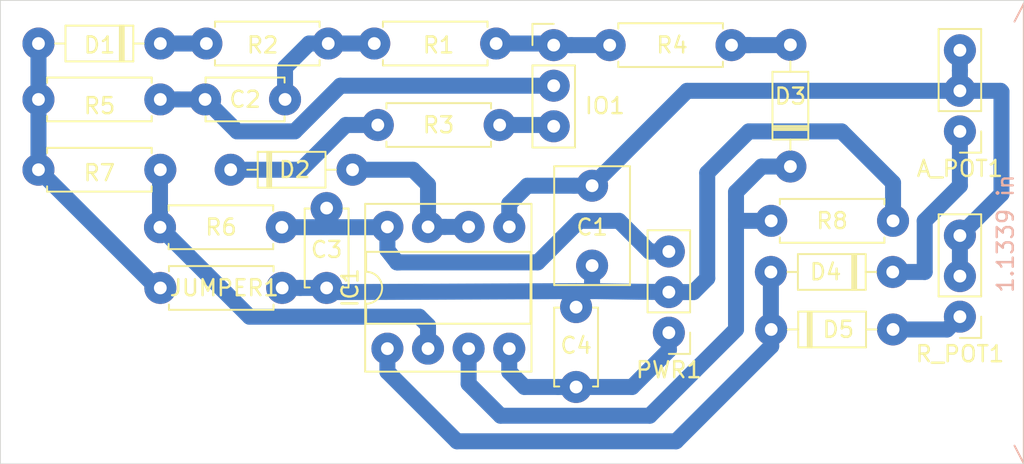
<source format=kicad_pcb>
(kicad_pcb (version 20171130) (host pcbnew 5.1.5)

  (general
    (thickness 1.6)
    (drawings 7)
    (tracks 110)
    (zones 0)
    (modules 23)
    (nets 19)
  )

  (page A4)
  (layers
    (0 F.Cu signal hide)
    (31 B.Cu signal)
    (32 B.Adhes user hide)
    (33 F.Adhes user hide)
    (34 B.Paste user hide)
    (35 F.Paste user hide)
    (36 B.SilkS user hide)
    (37 F.SilkS user)
    (38 B.Mask user hide)
    (39 F.Mask user hide)
    (40 Dwgs.User user hide)
    (41 Cmts.User user hide)
    (42 Eco1.User user hide)
    (43 Eco2.User user hide)
    (44 Edge.Cuts user)
    (45 Margin user hide)
    (46 B.CrtYd user hide)
    (47 F.CrtYd user hide)
    (48 B.Fab user hide)
    (49 F.Fab user)
  )

  (setup
    (last_trace_width 1)
    (trace_clearance 0.2)
    (zone_clearance 0.508)
    (zone_45_only no)
    (trace_min 0.2)
    (via_size 0.8)
    (via_drill 0.4)
    (via_min_size 0.4)
    (via_min_drill 0.3)
    (uvia_size 0.3)
    (uvia_drill 0.1)
    (uvias_allowed no)
    (uvia_min_size 0.2)
    (uvia_min_drill 0.1)
    (edge_width 0.05)
    (segment_width 0.2)
    (pcb_text_width 0.3)
    (pcb_text_size 1.5 1.5)
    (mod_edge_width 0.12)
    (mod_text_size 1 1)
    (mod_text_width 0.15)
    (pad_size 2 2)
    (pad_drill 0.8)
    (pad_to_mask_clearance 0.051)
    (solder_mask_min_width 0.25)
    (aux_axis_origin 0 0)
    (visible_elements FFFFFF7F)
    (pcbplotparams
      (layerselection 0x01000_fffffffe)
      (usegerberextensions false)
      (usegerberattributes false)
      (usegerberadvancedattributes false)
      (creategerberjobfile false)
      (excludeedgelayer true)
      (linewidth 0.100000)
      (plotframeref false)
      (viasonmask false)
      (mode 1)
      (useauxorigin false)
      (hpglpennumber 1)
      (hpglpenspeed 20)
      (hpglpendiameter 15.000000)
      (psnegative false)
      (psa4output false)
      (plotreference true)
      (plotvalue true)
      (plotinvisibletext false)
      (padsonsilk false)
      (subtractmaskfromsilk false)
      (outputformat 5)
      (mirror true)
      (drillshape 0)
      (scaleselection 1)
      (outputdirectory "cam/"))
  )

  (net 0 "")
  (net 1 ATTACK_B)
  (net 2 ATTACK_A)
  (net 3 GND)
  (net 4 "Net-(C2-Pad1)")
  (net 5 /TRIGGER)
  (net 6 +12C)
  (net 7 -12V)
  (net 8 "Net-(D1-Pad1)")
  (net 9 "Net-(D2-Pad1)")
  (net 10 /OPOUT_B)
  (net 11 "Net-(D3-Pad2)")
  (net 12 "Net-(D3-Pad1)")
  (net 13 /OPOUT_A)
  (net 14 RELEASE_A)
  (net 15 "Net-(IC1-Pad2)")
  (net 16 /ENV_OUT)
  (net 17 /GATE)
  (net 18 /JMP_GND)

  (net_class Default "This is the default net class."
    (clearance 0.2)
    (trace_width 1)
    (via_dia 0.8)
    (via_drill 0.4)
    (uvia_dia 0.3)
    (uvia_drill 0.1)
    (add_net +12C)
    (add_net -12V)
    (add_net /ENV_OUT)
    (add_net /GATE)
    (add_net /JMP_GND)
    (add_net /OPOUT_A)
    (add_net /OPOUT_B)
    (add_net /TRIGGER)
    (add_net ATTACK_A)
    (add_net ATTACK_B)
    (add_net GND)
    (add_net "Net-(C2-Pad1)")
    (add_net "Net-(D1-Pad1)")
    (add_net "Net-(D2-Pad1)")
    (add_net "Net-(D3-Pad1)")
    (add_net "Net-(D3-Pad2)")
    (add_net "Net-(IC1-Pad2)")
    (add_net RELEASE_A)
  )

  (module Capacitor_THT:C_Disc_D4.7mm_W2.5mm_P5.00mm (layer F.Cu) (tedit 5AE50EF0) (tstamp 5E0D89BD)
    (at 62.4 83 270)
    (descr "C, Disc series, Radial, pin pitch=5.00mm, , diameter*width=4.7*2.5mm^2, Capacitor, http://www.vishay.com/docs/45233/krseries.pdf")
    (tags "C Disc series Radial pin pitch 5.00mm  diameter 4.7mm width 2.5mm Capacitor")
    (path /5E1F5737)
    (fp_text reference C3 (at 2.6 0 180) (layer F.SilkS)
      (effects (font (size 1 1) (thickness 0.15)))
    )
    (fp_text value 100nF (at 2.5 2.5 90) (layer F.Fab)
      (effects (font (size 1 1) (thickness 0.15)))
    )
    (fp_text user %R (at 2.5 0 90) (layer F.Fab)
      (effects (font (size 0.94 0.94) (thickness 0.141)))
    )
    (fp_line (start 6.05 -1.5) (end -1.05 -1.5) (layer F.CrtYd) (width 0.05))
    (fp_line (start 6.05 1.5) (end 6.05 -1.5) (layer F.CrtYd) (width 0.05))
    (fp_line (start -1.05 1.5) (end 6.05 1.5) (layer F.CrtYd) (width 0.05))
    (fp_line (start -1.05 -1.5) (end -1.05 1.5) (layer F.CrtYd) (width 0.05))
    (fp_line (start 4.97 1.055) (end 4.97 1.37) (layer F.SilkS) (width 0.12))
    (fp_line (start 4.97 -1.37) (end 4.97 -1.055) (layer F.SilkS) (width 0.12))
    (fp_line (start 0.03 1.055) (end 0.03 1.37) (layer F.SilkS) (width 0.12))
    (fp_line (start 0.03 -1.37) (end 0.03 -1.055) (layer F.SilkS) (width 0.12))
    (fp_line (start 0.03 1.37) (end 4.97 1.37) (layer F.SilkS) (width 0.12))
    (fp_line (start 0.03 -1.37) (end 4.97 -1.37) (layer F.SilkS) (width 0.12))
    (fp_line (start 4.85 -1.25) (end 0.15 -1.25) (layer F.Fab) (width 0.1))
    (fp_line (start 4.85 1.25) (end 4.85 -1.25) (layer F.Fab) (width 0.1))
    (fp_line (start 0.15 1.25) (end 4.85 1.25) (layer F.Fab) (width 0.1))
    (fp_line (start 0.15 -1.25) (end 0.15 1.25) (layer F.Fab) (width 0.1))
    (pad 2 thru_hole oval (at 5 0 270) (size 2 2) (drill 0.8) (layers *.Cu *.Mask)
      (net 3 GND))
    (pad 1 thru_hole oval (at 0 0 270) (size 2 2) (drill 0.8) (layers *.Cu *.Mask)
      (net 6 +12C))
    (model ${KISYS3DMOD}/Capacitor_THT.3dshapes/C_Disc_D4.7mm_W2.5mm_P5.00mm.wrl
      (at (xyz 0 0 0))
      (scale (xyz 1 1 1))
      (rotate (xyz 0 0 0))
    )
  )

  (module Package_DIP:DIP-8_W7.62mm_Socket_LongPads (layer F.Cu) (tedit 5A02E8C5) (tstamp 5E0D5C2D)
    (at 66.2 91.8 90)
    (descr "8-lead though-hole mounted DIP package, row spacing 7.62 mm (300 mils), Socket, LongPads")
    (tags "THT DIP DIL PDIP 2.54mm 7.62mm 300mil Socket LongPads")
    (path /5E0CEE13)
    (fp_text reference IC1 (at 3.81 -2.33 90) (layer F.SilkS)
      (effects (font (size 1 1) (thickness 0.15)))
    )
    (fp_text value TL072 (at 3.81 9.95 90) (layer F.Fab)
      (effects (font (size 1 1) (thickness 0.15)))
    )
    (fp_text user %R (at 3.81 3.81 90) (layer F.Fab)
      (effects (font (size 1 1) (thickness 0.15)))
    )
    (fp_line (start 9.15 -1.6) (end -1.55 -1.6) (layer F.CrtYd) (width 0.05))
    (fp_line (start 9.15 9.2) (end 9.15 -1.6) (layer F.CrtYd) (width 0.05))
    (fp_line (start -1.55 9.2) (end 9.15 9.2) (layer F.CrtYd) (width 0.05))
    (fp_line (start -1.55 -1.6) (end -1.55 9.2) (layer F.CrtYd) (width 0.05))
    (fp_line (start 9.06 -1.39) (end -1.44 -1.39) (layer F.SilkS) (width 0.12))
    (fp_line (start 9.06 9.01) (end 9.06 -1.39) (layer F.SilkS) (width 0.12))
    (fp_line (start -1.44 9.01) (end 9.06 9.01) (layer F.SilkS) (width 0.12))
    (fp_line (start -1.44 -1.39) (end -1.44 9.01) (layer F.SilkS) (width 0.12))
    (fp_line (start 6.06 -1.33) (end 4.81 -1.33) (layer F.SilkS) (width 0.12))
    (fp_line (start 6.06 8.95) (end 6.06 -1.33) (layer F.SilkS) (width 0.12))
    (fp_line (start 1.56 8.95) (end 6.06 8.95) (layer F.SilkS) (width 0.12))
    (fp_line (start 1.56 -1.33) (end 1.56 8.95) (layer F.SilkS) (width 0.12))
    (fp_line (start 2.81 -1.33) (end 1.56 -1.33) (layer F.SilkS) (width 0.12))
    (fp_line (start 8.89 -1.33) (end -1.27 -1.33) (layer F.Fab) (width 0.1))
    (fp_line (start 8.89 8.95) (end 8.89 -1.33) (layer F.Fab) (width 0.1))
    (fp_line (start -1.27 8.95) (end 8.89 8.95) (layer F.Fab) (width 0.1))
    (fp_line (start -1.27 -1.33) (end -1.27 8.95) (layer F.Fab) (width 0.1))
    (fp_line (start 0.635 -0.27) (end 1.635 -1.27) (layer F.Fab) (width 0.1))
    (fp_line (start 0.635 8.89) (end 0.635 -0.27) (layer F.Fab) (width 0.1))
    (fp_line (start 6.985 8.89) (end 0.635 8.89) (layer F.Fab) (width 0.1))
    (fp_line (start 6.985 -1.27) (end 6.985 8.89) (layer F.Fab) (width 0.1))
    (fp_line (start 1.635 -1.27) (end 6.985 -1.27) (layer F.Fab) (width 0.1))
    (fp_arc (start 3.81 -1.33) (end 2.81 -1.33) (angle -180) (layer F.SilkS) (width 0.12))
    (pad 8 thru_hole oval (at 7.62 0 90) (size 2 2) (drill 0.8) (layers *.Cu *.Mask)
      (net 6 +12C))
    (pad 4 thru_hole oval (at 0 7.62 90) (size 2 2) (drill 0.8) (layers *.Cu *.Mask)
      (net 7 -12V))
    (pad 7 thru_hole oval (at 7.62 2.54 90) (size 2 2) (drill 0.8) (layers *.Cu *.Mask)
      (net 10 /OPOUT_B))
    (pad 3 thru_hole oval (at 0 5.08 90) (size 2 2) (drill 0.8) (layers *.Cu *.Mask)
      (net 12 "Net-(D3-Pad1)"))
    (pad 6 thru_hole oval (at 7.62 5.08 90) (size 2 2) (drill 0.8) (layers *.Cu *.Mask)
      (net 10 /OPOUT_B))
    (pad 2 thru_hole oval (at 0 2.54 90) (size 2 2) (drill 0.8) (layers *.Cu *.Mask)
      (net 15 "Net-(IC1-Pad2)"))
    (pad 5 thru_hole oval (at 7.62 7.62 90) (size 2 2) (drill 0.8) (layers *.Cu *.Mask)
      (net 1 ATTACK_B))
    (pad 1 thru_hole oval (at 0 0 90) (size 2 2) (drill 0.8) (layers *.Cu *.Mask)
      (net 13 /OPOUT_A))
    (model ${KISYS3DMOD}/Package_DIP.3dshapes/DIP-8_W7.62mm_Socket.wrl
      (at (xyz 0 0 0))
      (scale (xyz 1 1 1))
      (rotate (xyz 0 0 0))
    )
  )

  (module Diode_THT:D_DO-35_SOD27_P7.62mm_Horizontal (layer F.Cu) (tedit 5AE50CD5) (tstamp 5E0D5C09)
    (at 90.2 90.6)
    (descr "Diode, DO-35_SOD27 series, Axial, Horizontal, pin pitch=7.62mm, , length*diameter=4*2mm^2, , http://www.diodes.com/_files/packages/DO-35.pdf")
    (tags "Diode DO-35_SOD27 series Axial Horizontal pin pitch 7.62mm  length 4mm diameter 2mm")
    (path /5E19FB1C)
    (fp_text reference D5 (at 4.2 0) (layer F.SilkS)
      (effects (font (size 1 1) (thickness 0.15)))
    )
    (fp_text value D (at 3.81 2.12) (layer F.Fab)
      (effects (font (size 1 1) (thickness 0.15)))
    )
    (fp_text user K (at 0 -1.8) (layer F.Fab)
      (effects (font (size 1 1) (thickness 0.15)))
    )
    (fp_text user K (at 0 -1.8) (layer F.Fab)
      (effects (font (size 1 1) (thickness 0.15)))
    )
    (fp_text user %R (at 4.11 0) (layer F.Fab)
      (effects (font (size 0.8 0.8) (thickness 0.12)))
    )
    (fp_line (start 8.67 -1.25) (end -1.05 -1.25) (layer F.CrtYd) (width 0.05))
    (fp_line (start 8.67 1.25) (end 8.67 -1.25) (layer F.CrtYd) (width 0.05))
    (fp_line (start -1.05 1.25) (end 8.67 1.25) (layer F.CrtYd) (width 0.05))
    (fp_line (start -1.05 -1.25) (end -1.05 1.25) (layer F.CrtYd) (width 0.05))
    (fp_line (start 2.29 -1.12) (end 2.29 1.12) (layer F.SilkS) (width 0.12))
    (fp_line (start 2.53 -1.12) (end 2.53 1.12) (layer F.SilkS) (width 0.12))
    (fp_line (start 2.41 -1.12) (end 2.41 1.12) (layer F.SilkS) (width 0.12))
    (fp_line (start 6.58 0) (end 5.93 0) (layer F.SilkS) (width 0.12))
    (fp_line (start 1.04 0) (end 1.69 0) (layer F.SilkS) (width 0.12))
    (fp_line (start 5.93 -1.12) (end 1.69 -1.12) (layer F.SilkS) (width 0.12))
    (fp_line (start 5.93 1.12) (end 5.93 -1.12) (layer F.SilkS) (width 0.12))
    (fp_line (start 1.69 1.12) (end 5.93 1.12) (layer F.SilkS) (width 0.12))
    (fp_line (start 1.69 -1.12) (end 1.69 1.12) (layer F.SilkS) (width 0.12))
    (fp_line (start 2.31 -1) (end 2.31 1) (layer F.Fab) (width 0.1))
    (fp_line (start 2.51 -1) (end 2.51 1) (layer F.Fab) (width 0.1))
    (fp_line (start 2.41 -1) (end 2.41 1) (layer F.Fab) (width 0.1))
    (fp_line (start 7.62 0) (end 5.81 0) (layer F.Fab) (width 0.1))
    (fp_line (start 0 0) (end 1.81 0) (layer F.Fab) (width 0.1))
    (fp_line (start 5.81 -1) (end 1.81 -1) (layer F.Fab) (width 0.1))
    (fp_line (start 5.81 1) (end 5.81 -1) (layer F.Fab) (width 0.1))
    (fp_line (start 1.81 1) (end 5.81 1) (layer F.Fab) (width 0.1))
    (fp_line (start 1.81 -1) (end 1.81 1) (layer F.Fab) (width 0.1))
    (pad 2 thru_hole oval (at 7.62 0) (size 2 2) (drill 0.8) (layers *.Cu *.Mask)
      (net 14 RELEASE_A))
    (pad 1 thru_hole oval (at 0 0) (size 2 2) (drill 0.8) (layers *.Cu *.Mask)
      (net 13 /OPOUT_A))
    (model ${KISYS3DMOD}/Diode_THT.3dshapes/D_DO-35_SOD27_P7.62mm_Horizontal.wrl
      (at (xyz 0 0 0))
      (scale (xyz 1 1 1))
      (rotate (xyz 0 0 0))
    )
  )

  (module Connector_PinHeader_2.54mm:PinHeader_1x03_P2.54mm_Vertical (layer F.Cu) (tedit 59FED5CC) (tstamp 5E0D5B1C)
    (at 102 78.2 180)
    (descr "Through hole straight pin header, 1x03, 2.54mm pitch, single row")
    (tags "Through hole pin header THT 1x03 2.54mm single row")
    (path /5E212A09)
    (fp_text reference A_POT1 (at 0 -2.33) (layer F.SilkS)
      (effects (font (size 1 1) (thickness 0.15)))
    )
    (fp_text value Conn_01x03_Female (at 0 7.41) (layer F.Fab) hide
      (effects (font (size 1 1) (thickness 0.15)))
    )
    (fp_text user %R (at 0 2.54 90) (layer F.Fab)
      (effects (font (size 1 1) (thickness 0.15)))
    )
    (fp_line (start 1.8 -1.8) (end -1.8 -1.8) (layer F.CrtYd) (width 0.05))
    (fp_line (start 1.8 6.85) (end 1.8 -1.8) (layer F.CrtYd) (width 0.05))
    (fp_line (start -1.8 6.85) (end 1.8 6.85) (layer F.CrtYd) (width 0.05))
    (fp_line (start -1.8 -1.8) (end -1.8 6.85) (layer F.CrtYd) (width 0.05))
    (fp_line (start -1.33 -1.33) (end 0 -1.33) (layer F.SilkS) (width 0.12))
    (fp_line (start -1.33 0) (end -1.33 -1.33) (layer F.SilkS) (width 0.12))
    (fp_line (start -1.33 1.27) (end 1.33 1.27) (layer F.SilkS) (width 0.12))
    (fp_line (start 1.33 1.27) (end 1.33 6.41) (layer F.SilkS) (width 0.12))
    (fp_line (start -1.33 1.27) (end -1.33 6.41) (layer F.SilkS) (width 0.12))
    (fp_line (start -1.33 6.41) (end 1.33 6.41) (layer F.SilkS) (width 0.12))
    (fp_line (start -1.27 -0.635) (end -0.635 -1.27) (layer F.Fab) (width 0.1))
    (fp_line (start -1.27 6.35) (end -1.27 -0.635) (layer F.Fab) (width 0.1))
    (fp_line (start 1.27 6.35) (end -1.27 6.35) (layer F.Fab) (width 0.1))
    (fp_line (start 1.27 -1.27) (end 1.27 6.35) (layer F.Fab) (width 0.1))
    (fp_line (start -0.635 -1.27) (end 1.27 -1.27) (layer F.Fab) (width 0.1))
    (pad 3 thru_hole oval (at 0 5.08 180) (size 2 2) (drill 0.8) (layers *.Cu *.Mask)
      (net 1 ATTACK_B))
    (pad 2 thru_hole oval (at 0 2.54 180) (size 2 2) (drill 0.8) (layers *.Cu *.Mask)
      (net 1 ATTACK_B))
    (pad 1 thru_hole oval (at 0 0 180) (size 2 2) (drill 0.8) (layers *.Cu *.Mask)
      (net 2 ATTACK_A))
    (model ${KISYS3DMOD}/Connector_PinHeader_2.54mm.3dshapes/PinHeader_1x03_P2.54mm_Vertical.wrl
      (at (xyz 0 0 0))
      (scale (xyz 1 1 1))
      (rotate (xyz 0 0 0))
    )
  )

  (module Capacitor_THT:C_Rect_L7.2mm_W4.5mm_P5.00mm_FKS2_FKP2_MKS2_MKP2 (layer F.Cu) (tedit 5AE50EF0) (tstamp 5E0D5B2F)
    (at 79 86.6 90)
    (descr "C, Rect series, Radial, pin pitch=5.00mm, , length*width=7.2*4.5mm^2, Capacitor, http://www.wima.com/EN/WIMA_FKS_2.pdf")
    (tags "C Rect series Radial pin pitch 5.00mm  length 7.2mm width 4.5mm Capacitor")
    (path /5E10A944)
    (fp_text reference C1 (at 2.4 0 180) (layer F.SilkS)
      (effects (font (size 1 1) (thickness 0.15)))
    )
    (fp_text value 1uF (at 2.5 3.5 90) (layer F.Fab)
      (effects (font (size 1 1) (thickness 0.15)))
    )
    (fp_text user %R (at 2.5 0 90) (layer F.Fab)
      (effects (font (size 1 1) (thickness 0.15)))
    )
    (fp_line (start 6.35 -2.5) (end -1.35 -2.5) (layer F.CrtYd) (width 0.05))
    (fp_line (start 6.35 2.5) (end 6.35 -2.5) (layer F.CrtYd) (width 0.05))
    (fp_line (start -1.35 2.5) (end 6.35 2.5) (layer F.CrtYd) (width 0.05))
    (fp_line (start -1.35 -2.5) (end -1.35 2.5) (layer F.CrtYd) (width 0.05))
    (fp_line (start 6.22 -2.37) (end 6.22 2.37) (layer F.SilkS) (width 0.12))
    (fp_line (start -1.22 -2.37) (end -1.22 2.37) (layer F.SilkS) (width 0.12))
    (fp_line (start -1.22 2.37) (end 6.22 2.37) (layer F.SilkS) (width 0.12))
    (fp_line (start -1.22 -2.37) (end 6.22 -2.37) (layer F.SilkS) (width 0.12))
    (fp_line (start 6.1 -2.25) (end -1.1 -2.25) (layer F.Fab) (width 0.1))
    (fp_line (start 6.1 2.25) (end 6.1 -2.25) (layer F.Fab) (width 0.1))
    (fp_line (start -1.1 2.25) (end 6.1 2.25) (layer F.Fab) (width 0.1))
    (fp_line (start -1.1 -2.25) (end -1.1 2.25) (layer F.Fab) (width 0.1))
    (pad 2 thru_hole oval (at 5 0 90) (size 2 2) (drill 0.8) (layers *.Cu *.Mask)
      (net 1 ATTACK_B))
    (pad 1 thru_hole oval (at 0 0 90) (size 2 2) (drill 0.8) (layers *.Cu *.Mask)
      (net 3 GND))
    (model ${KISYS3DMOD}/Capacitor_THT.3dshapes/C_Rect_L7.2mm_W4.5mm_P5.00mm_FKS2_FKP2_MKS2_MKP2.wrl
      (at (xyz 0 0 0))
      (scale (xyz 1 1 1))
      (rotate (xyz 0 0 0))
    )
  )

  (module Capacitor_THT:C_Disc_D4.7mm_W2.5mm_P5.00mm (layer F.Cu) (tedit 5AE50EF0) (tstamp 5E0D8315)
    (at 59.8 76.2 180)
    (descr "C, Disc series, Radial, pin pitch=5.00mm, , diameter*width=4.7*2.5mm^2, Capacitor, http://www.vishay.com/docs/45233/krseries.pdf")
    (tags "C Disc series Radial pin pitch 5.00mm  diameter 4.7mm width 2.5mm Capacitor")
    (path /5E15D868)
    (fp_text reference C2 (at 2.5 0) (layer F.SilkS)
      (effects (font (size 1 1) (thickness 0.15)))
    )
    (fp_text value 10nF (at 2.5 2.5) (layer F.Fab)
      (effects (font (size 1 1) (thickness 0.15)))
    )
    (fp_text user %R (at 2.5 0) (layer F.Fab)
      (effects (font (size 0.94 0.94) (thickness 0.141)))
    )
    (fp_line (start 6.05 -1.5) (end -1.05 -1.5) (layer F.CrtYd) (width 0.05))
    (fp_line (start 6.05 1.5) (end 6.05 -1.5) (layer F.CrtYd) (width 0.05))
    (fp_line (start -1.05 1.5) (end 6.05 1.5) (layer F.CrtYd) (width 0.05))
    (fp_line (start -1.05 -1.5) (end -1.05 1.5) (layer F.CrtYd) (width 0.05))
    (fp_line (start 4.97 1.055) (end 4.97 1.37) (layer F.SilkS) (width 0.12))
    (fp_line (start 4.97 -1.37) (end 4.97 -1.055) (layer F.SilkS) (width 0.12))
    (fp_line (start 0.03 1.055) (end 0.03 1.37) (layer F.SilkS) (width 0.12))
    (fp_line (start 0.03 -1.37) (end 0.03 -1.055) (layer F.SilkS) (width 0.12))
    (fp_line (start 0.03 1.37) (end 4.97 1.37) (layer F.SilkS) (width 0.12))
    (fp_line (start 0.03 -1.37) (end 4.97 -1.37) (layer F.SilkS) (width 0.12))
    (fp_line (start 4.85 -1.25) (end 0.15 -1.25) (layer F.Fab) (width 0.1))
    (fp_line (start 4.85 1.25) (end 4.85 -1.25) (layer F.Fab) (width 0.1))
    (fp_line (start 0.15 1.25) (end 4.85 1.25) (layer F.Fab) (width 0.1))
    (fp_line (start 0.15 -1.25) (end 0.15 1.25) (layer F.Fab) (width 0.1))
    (pad 2 thru_hole oval (at 5 0 180) (size 2 2) (drill 0.8) (layers *.Cu *.Mask)
      (net 5 /TRIGGER))
    (pad 1 thru_hole oval (at 0 0 180) (size 2 2) (drill 0.8) (layers *.Cu *.Mask)
      (net 4 "Net-(C2-Pad1)"))
    (model ${KISYS3DMOD}/Capacitor_THT.3dshapes/C_Disc_D4.7mm_W2.5mm_P5.00mm.wrl
      (at (xyz 0 0 0))
      (scale (xyz 1 1 1))
      (rotate (xyz 0 0 0))
    )
  )

  (module Capacitor_THT:C_Disc_D4.7mm_W2.5mm_P5.00mm (layer F.Cu) (tedit 5AE50EF0) (tstamp 5E0D5B6E)
    (at 78 89.2 270)
    (descr "C, Disc series, Radial, pin pitch=5.00mm, , diameter*width=4.7*2.5mm^2, Capacitor, http://www.vishay.com/docs/45233/krseries.pdf")
    (tags "C Disc series Radial pin pitch 5.00mm  diameter 4.7mm width 2.5mm Capacitor")
    (path /5E1F604F)
    (fp_text reference C4 (at 2.4 0 180) (layer F.SilkS)
      (effects (font (size 1 1) (thickness 0.15)))
    )
    (fp_text value 100nF (at 2.5 2.5 90) (layer F.Fab)
      (effects (font (size 1 1) (thickness 0.15)))
    )
    (fp_text user %R (at 2.5 0 90) (layer F.Fab)
      (effects (font (size 0.94 0.94) (thickness 0.141)))
    )
    (fp_line (start 6.05 -1.5) (end -1.05 -1.5) (layer F.CrtYd) (width 0.05))
    (fp_line (start 6.05 1.5) (end 6.05 -1.5) (layer F.CrtYd) (width 0.05))
    (fp_line (start -1.05 1.5) (end 6.05 1.5) (layer F.CrtYd) (width 0.05))
    (fp_line (start -1.05 -1.5) (end -1.05 1.5) (layer F.CrtYd) (width 0.05))
    (fp_line (start 4.97 1.055) (end 4.97 1.37) (layer F.SilkS) (width 0.12))
    (fp_line (start 4.97 -1.37) (end 4.97 -1.055) (layer F.SilkS) (width 0.12))
    (fp_line (start 0.03 1.055) (end 0.03 1.37) (layer F.SilkS) (width 0.12))
    (fp_line (start 0.03 -1.37) (end 0.03 -1.055) (layer F.SilkS) (width 0.12))
    (fp_line (start 0.03 1.37) (end 4.97 1.37) (layer F.SilkS) (width 0.12))
    (fp_line (start 0.03 -1.37) (end 4.97 -1.37) (layer F.SilkS) (width 0.12))
    (fp_line (start 4.85 -1.25) (end 0.15 -1.25) (layer F.Fab) (width 0.1))
    (fp_line (start 4.85 1.25) (end 4.85 -1.25) (layer F.Fab) (width 0.1))
    (fp_line (start 0.15 1.25) (end 4.85 1.25) (layer F.Fab) (width 0.1))
    (fp_line (start 0.15 -1.25) (end 0.15 1.25) (layer F.Fab) (width 0.1))
    (pad 2 thru_hole oval (at 5 0 270) (size 2 2) (drill 0.8) (layers *.Cu *.Mask)
      (net 7 -12V))
    (pad 1 thru_hole oval (at 0 0 270) (size 2 2) (drill 0.8) (layers *.Cu *.Mask)
      (net 3 GND))
    (model ${KISYS3DMOD}/Capacitor_THT.3dshapes/C_Disc_D4.7mm_W2.5mm_P5.00mm.wrl
      (at (xyz 0 0 0))
      (scale (xyz 1 1 1))
      (rotate (xyz 0 0 0))
    )
  )

  (module Diode_THT:D_DO-35_SOD27_P7.62mm_Horizontal (layer F.Cu) (tedit 5E0F5CDE) (tstamp 5E0D7EDB)
    (at 52 72.7 180)
    (descr "Diode, DO-35_SOD27 series, Axial, Horizontal, pin pitch=7.62mm, , length*diameter=4*2mm^2, , http://www.diodes.com/_files/packages/DO-35.pdf")
    (tags "Diode DO-35_SOD27 series Axial Horizontal pin pitch 7.62mm  length 4mm diameter 2mm")
    (path /5E100732)
    (fp_text reference D1 (at 3.8 -0.1) (layer F.SilkS)
      (effects (font (size 1 1) (thickness 0.15)))
    )
    (fp_text value D (at 3.81 2.12) (layer F.Fab)
      (effects (font (size 1 1) (thickness 0.15)))
    )
    (fp_text user K (at 0 -1.8) (layer F.Fab)
      (effects (font (size 1 1) (thickness 0.15)))
    )
    (fp_text user K (at 0 -1.8) (layer F.Fab)
      (effects (font (size 1 1) (thickness 0.15)))
    )
    (fp_text user %R (at 4.11 0) (layer F.Fab)
      (effects (font (size 0.8 0.8) (thickness 0.12)))
    )
    (fp_line (start 8.67 -1.25) (end -1.05 -1.25) (layer F.CrtYd) (width 0.05))
    (fp_line (start 8.67 1.25) (end 8.67 -1.25) (layer F.CrtYd) (width 0.05))
    (fp_line (start -1.05 1.25) (end 8.67 1.25) (layer F.CrtYd) (width 0.05))
    (fp_line (start -1.05 -1.25) (end -1.05 1.25) (layer F.CrtYd) (width 0.05))
    (fp_line (start 2.29 -1.12) (end 2.29 1.12) (layer F.SilkS) (width 0.12))
    (fp_line (start 2.53 -1.12) (end 2.53 1.12) (layer F.SilkS) (width 0.12))
    (fp_line (start 2.41 -1.12) (end 2.41 1.12) (layer F.SilkS) (width 0.12))
    (fp_line (start 6.58 0) (end 5.93 0) (layer F.SilkS) (width 0.12))
    (fp_line (start 1.04 0) (end 1.69 0) (layer F.SilkS) (width 0.12))
    (fp_line (start 5.93 -1.12) (end 1.69 -1.12) (layer F.SilkS) (width 0.12))
    (fp_line (start 5.93 1.12) (end 5.93 -1.12) (layer F.SilkS) (width 0.12))
    (fp_line (start 1.69 1.12) (end 5.93 1.12) (layer F.SilkS) (width 0.12))
    (fp_line (start 1.69 -1.12) (end 1.69 1.12) (layer F.SilkS) (width 0.12))
    (fp_line (start 2.31 -1) (end 2.31 1) (layer F.Fab) (width 0.1))
    (fp_line (start 2.51 -1) (end 2.51 1) (layer F.Fab) (width 0.1))
    (fp_line (start 2.41 -1) (end 2.41 1) (layer F.Fab) (width 0.1))
    (fp_line (start 7.62 0) (end 5.81 0) (layer F.Fab) (width 0.1))
    (fp_line (start 0 0) (end 1.81 0) (layer F.Fab) (width 0.1))
    (fp_line (start 5.81 -1) (end 1.81 -1) (layer F.Fab) (width 0.1))
    (fp_line (start 5.81 1) (end 5.81 -1) (layer F.Fab) (width 0.1))
    (fp_line (start 1.81 1) (end 5.81 1) (layer F.Fab) (width 0.1))
    (fp_line (start 1.81 -1) (end 1.81 1) (layer F.Fab) (width 0.1))
    (pad 2 thru_hole oval (at 7.62 0 180) (size 2 2) (drill 0.8) (layers *.Cu *.Mask)
      (net 18 /JMP_GND))
    (pad 1 thru_hole oval (at 0 0 180) (size 2 2) (drill 0.8) (layers *.Cu *.Mask)
      (net 8 "Net-(D1-Pad1)"))
    (model ${KISYS3DMOD}/Diode_THT.3dshapes/D_DO-35_SOD27_P7.62mm_Horizontal.wrl
      (at (xyz 0 0 0))
      (scale (xyz 1 1 1))
      (rotate (xyz 0 0 0))
    )
  )

  (module Diode_THT:D_DO-35_SOD27_P7.62mm_Horizontal (layer F.Cu) (tedit 5AE50CD5) (tstamp 5E0D5BAC)
    (at 56.4 80.6)
    (descr "Diode, DO-35_SOD27 series, Axial, Horizontal, pin pitch=7.62mm, , length*diameter=4*2mm^2, , http://www.diodes.com/_files/packages/DO-35.pdf")
    (tags "Diode DO-35_SOD27 series Axial Horizontal pin pitch 7.62mm  length 4mm diameter 2mm")
    (path /5E1136DF)
    (fp_text reference D2 (at 4 0) (layer F.SilkS)
      (effects (font (size 1 1) (thickness 0.15)))
    )
    (fp_text value D (at 3.81 2.12) (layer F.Fab)
      (effects (font (size 1 1) (thickness 0.15)))
    )
    (fp_text user K (at 0 -1.8) (layer F.Fab)
      (effects (font (size 1 1) (thickness 0.15)))
    )
    (fp_text user K (at 0 -1.8) (layer F.Fab)
      (effects (font (size 1 1) (thickness 0.15)))
    )
    (fp_text user %R (at 4.11 0) (layer F.Fab)
      (effects (font (size 0.8 0.8) (thickness 0.12)))
    )
    (fp_line (start 8.67 -1.25) (end -1.05 -1.25) (layer F.CrtYd) (width 0.05))
    (fp_line (start 8.67 1.25) (end 8.67 -1.25) (layer F.CrtYd) (width 0.05))
    (fp_line (start -1.05 1.25) (end 8.67 1.25) (layer F.CrtYd) (width 0.05))
    (fp_line (start -1.05 -1.25) (end -1.05 1.25) (layer F.CrtYd) (width 0.05))
    (fp_line (start 2.29 -1.12) (end 2.29 1.12) (layer F.SilkS) (width 0.12))
    (fp_line (start 2.53 -1.12) (end 2.53 1.12) (layer F.SilkS) (width 0.12))
    (fp_line (start 2.41 -1.12) (end 2.41 1.12) (layer F.SilkS) (width 0.12))
    (fp_line (start 6.58 0) (end 5.93 0) (layer F.SilkS) (width 0.12))
    (fp_line (start 1.04 0) (end 1.69 0) (layer F.SilkS) (width 0.12))
    (fp_line (start 5.93 -1.12) (end 1.69 -1.12) (layer F.SilkS) (width 0.12))
    (fp_line (start 5.93 1.12) (end 5.93 -1.12) (layer F.SilkS) (width 0.12))
    (fp_line (start 1.69 1.12) (end 5.93 1.12) (layer F.SilkS) (width 0.12))
    (fp_line (start 1.69 -1.12) (end 1.69 1.12) (layer F.SilkS) (width 0.12))
    (fp_line (start 2.31 -1) (end 2.31 1) (layer F.Fab) (width 0.1))
    (fp_line (start 2.51 -1) (end 2.51 1) (layer F.Fab) (width 0.1))
    (fp_line (start 2.41 -1) (end 2.41 1) (layer F.Fab) (width 0.1))
    (fp_line (start 7.62 0) (end 5.81 0) (layer F.Fab) (width 0.1))
    (fp_line (start 0 0) (end 1.81 0) (layer F.Fab) (width 0.1))
    (fp_line (start 5.81 -1) (end 1.81 -1) (layer F.Fab) (width 0.1))
    (fp_line (start 5.81 1) (end 5.81 -1) (layer F.Fab) (width 0.1))
    (fp_line (start 1.81 1) (end 5.81 1) (layer F.Fab) (width 0.1))
    (fp_line (start 1.81 -1) (end 1.81 1) (layer F.Fab) (width 0.1))
    (pad 2 thru_hole oval (at 7.62 0) (size 2 2) (drill 0.8) (layers *.Cu *.Mask)
      (net 10 /OPOUT_B))
    (pad 1 thru_hole oval (at 0 0) (size 2 2) (drill 0.8) (layers *.Cu *.Mask)
      (net 9 "Net-(D2-Pad1)"))
    (model ${KISYS3DMOD}/Diode_THT.3dshapes/D_DO-35_SOD27_P7.62mm_Horizontal.wrl
      (at (xyz 0 0 0))
      (scale (xyz 1 1 1))
      (rotate (xyz 0 0 0))
    )
  )

  (module Diode_THT:D_DO-35_SOD27_P7.62mm_Horizontal (layer F.Cu) (tedit 5AE50CD5) (tstamp 5E0D8AD6)
    (at 91.4 80.4 90)
    (descr "Diode, DO-35_SOD27 series, Axial, Horizontal, pin pitch=7.62mm, , length*diameter=4*2mm^2, , http://www.diodes.com/_files/packages/DO-35.pdf")
    (tags "Diode DO-35_SOD27 series Axial Horizontal pin pitch 7.62mm  length 4mm diameter 2mm")
    (path /5E147218)
    (fp_text reference D3 (at 4.4 0 180) (layer F.SilkS)
      (effects (font (size 1 1) (thickness 0.15)))
    )
    (fp_text value D (at 3.81 2.12 90) (layer F.Fab)
      (effects (font (size 1 1) (thickness 0.15)))
    )
    (fp_text user K (at 0 -1.8 90) (layer F.Fab)
      (effects (font (size 1 1) (thickness 0.15)))
    )
    (fp_text user K (at 0 -1.8 90) (layer F.Fab)
      (effects (font (size 1 1) (thickness 0.15)))
    )
    (fp_text user %R (at 4.11 0 90) (layer F.Fab)
      (effects (font (size 0.8 0.8) (thickness 0.12)))
    )
    (fp_line (start 8.67 -1.25) (end -1.05 -1.25) (layer F.CrtYd) (width 0.05))
    (fp_line (start 8.67 1.25) (end 8.67 -1.25) (layer F.CrtYd) (width 0.05))
    (fp_line (start -1.05 1.25) (end 8.67 1.25) (layer F.CrtYd) (width 0.05))
    (fp_line (start -1.05 -1.25) (end -1.05 1.25) (layer F.CrtYd) (width 0.05))
    (fp_line (start 2.29 -1.12) (end 2.29 1.12) (layer F.SilkS) (width 0.12))
    (fp_line (start 2.53 -1.12) (end 2.53 1.12) (layer F.SilkS) (width 0.12))
    (fp_line (start 2.41 -1.12) (end 2.41 1.12) (layer F.SilkS) (width 0.12))
    (fp_line (start 6.58 0) (end 5.93 0) (layer F.SilkS) (width 0.12))
    (fp_line (start 1.04 0) (end 1.69 0) (layer F.SilkS) (width 0.12))
    (fp_line (start 5.93 -1.12) (end 1.69 -1.12) (layer F.SilkS) (width 0.12))
    (fp_line (start 5.93 1.12) (end 5.93 -1.12) (layer F.SilkS) (width 0.12))
    (fp_line (start 1.69 1.12) (end 5.93 1.12) (layer F.SilkS) (width 0.12))
    (fp_line (start 1.69 -1.12) (end 1.69 1.12) (layer F.SilkS) (width 0.12))
    (fp_line (start 2.31 -1) (end 2.31 1) (layer F.Fab) (width 0.1))
    (fp_line (start 2.51 -1) (end 2.51 1) (layer F.Fab) (width 0.1))
    (fp_line (start 2.41 -1) (end 2.41 1) (layer F.Fab) (width 0.1))
    (fp_line (start 7.62 0) (end 5.81 0) (layer F.Fab) (width 0.1))
    (fp_line (start 0 0) (end 1.81 0) (layer F.Fab) (width 0.1))
    (fp_line (start 5.81 -1) (end 1.81 -1) (layer F.Fab) (width 0.1))
    (fp_line (start 5.81 1) (end 5.81 -1) (layer F.Fab) (width 0.1))
    (fp_line (start 1.81 1) (end 5.81 1) (layer F.Fab) (width 0.1))
    (fp_line (start 1.81 -1) (end 1.81 1) (layer F.Fab) (width 0.1))
    (pad 2 thru_hole oval (at 7.62 0 90) (size 2 2) (drill 0.8) (layers *.Cu *.Mask)
      (net 11 "Net-(D3-Pad2)"))
    (pad 1 thru_hole oval (at 0 0 90) (size 2 2) (drill 0.8) (layers *.Cu *.Mask)
      (net 12 "Net-(D3-Pad1)"))
    (model ${KISYS3DMOD}/Diode_THT.3dshapes/D_DO-35_SOD27_P7.62mm_Horizontal.wrl
      (at (xyz 0 0 0))
      (scale (xyz 1 1 1))
      (rotate (xyz 0 0 0))
    )
  )

  (module Diode_THT:D_DO-35_SOD27_P7.62mm_Horizontal (layer F.Cu) (tedit 5AE50CD5) (tstamp 5E0D713F)
    (at 97.8 87 180)
    (descr "Diode, DO-35_SOD27 series, Axial, Horizontal, pin pitch=7.62mm, , length*diameter=4*2mm^2, , http://www.diodes.com/_files/packages/DO-35.pdf")
    (tags "Diode DO-35_SOD27 series Axial Horizontal pin pitch 7.62mm  length 4mm diameter 2mm")
    (path /5E174144)
    (fp_text reference D4 (at 4.2 0) (layer F.SilkS)
      (effects (font (size 1 1) (thickness 0.15)))
    )
    (fp_text value D (at 3.81 2.12) (layer F.Fab)
      (effects (font (size 1 1) (thickness 0.15)))
    )
    (fp_text user K (at 0 -1.8) (layer F.Fab)
      (effects (font (size 1 1) (thickness 0.15)))
    )
    (fp_text user K (at 0 -1.8) (layer F.Fab)
      (effects (font (size 1 1) (thickness 0.15)))
    )
    (fp_text user %R (at 4.11 0) (layer F.Fab)
      (effects (font (size 0.8 0.8) (thickness 0.12)))
    )
    (fp_line (start 8.67 -1.25) (end -1.05 -1.25) (layer F.CrtYd) (width 0.05))
    (fp_line (start 8.67 1.25) (end 8.67 -1.25) (layer F.CrtYd) (width 0.05))
    (fp_line (start -1.05 1.25) (end 8.67 1.25) (layer F.CrtYd) (width 0.05))
    (fp_line (start -1.05 -1.25) (end -1.05 1.25) (layer F.CrtYd) (width 0.05))
    (fp_line (start 2.29 -1.12) (end 2.29 1.12) (layer F.SilkS) (width 0.12))
    (fp_line (start 2.53 -1.12) (end 2.53 1.12) (layer F.SilkS) (width 0.12))
    (fp_line (start 2.41 -1.12) (end 2.41 1.12) (layer F.SilkS) (width 0.12))
    (fp_line (start 6.58 0) (end 5.93 0) (layer F.SilkS) (width 0.12))
    (fp_line (start 1.04 0) (end 1.69 0) (layer F.SilkS) (width 0.12))
    (fp_line (start 5.93 -1.12) (end 1.69 -1.12) (layer F.SilkS) (width 0.12))
    (fp_line (start 5.93 1.12) (end 5.93 -1.12) (layer F.SilkS) (width 0.12))
    (fp_line (start 1.69 1.12) (end 5.93 1.12) (layer F.SilkS) (width 0.12))
    (fp_line (start 1.69 -1.12) (end 1.69 1.12) (layer F.SilkS) (width 0.12))
    (fp_line (start 2.31 -1) (end 2.31 1) (layer F.Fab) (width 0.1))
    (fp_line (start 2.51 -1) (end 2.51 1) (layer F.Fab) (width 0.1))
    (fp_line (start 2.41 -1) (end 2.41 1) (layer F.Fab) (width 0.1))
    (fp_line (start 7.62 0) (end 5.81 0) (layer F.Fab) (width 0.1))
    (fp_line (start 0 0) (end 1.81 0) (layer F.Fab) (width 0.1))
    (fp_line (start 5.81 -1) (end 1.81 -1) (layer F.Fab) (width 0.1))
    (fp_line (start 5.81 1) (end 5.81 -1) (layer F.Fab) (width 0.1))
    (fp_line (start 1.81 1) (end 5.81 1) (layer F.Fab) (width 0.1))
    (fp_line (start 1.81 -1) (end 1.81 1) (layer F.Fab) (width 0.1))
    (pad 2 thru_hole oval (at 7.62 0 180) (size 2 2) (drill 0.8) (layers *.Cu *.Mask)
      (net 13 /OPOUT_A))
    (pad 1 thru_hole oval (at 0 0 180) (size 2 2) (drill 0.8) (layers *.Cu *.Mask)
      (net 2 ATTACK_A))
    (model ${KISYS3DMOD}/Diode_THT.3dshapes/D_DO-35_SOD27_P7.62mm_Horizontal.wrl
      (at (xyz 0 0 0))
      (scale (xyz 1 1 1))
      (rotate (xyz 0 0 0))
    )
  )

  (module Connector_PinHeader_2.54mm:PinHeader_1x03_P2.54mm_Vertical (layer F.Cu) (tedit 59FED5CC) (tstamp 5E0D5C44)
    (at 76.6 72.8)
    (descr "Through hole straight pin header, 1x03, 2.54mm pitch, single row")
    (tags "Through hole pin header THT 1x03 2.54mm single row")
    (path /5E274565)
    (fp_text reference IO1 (at 3.2 3.8) (layer F.SilkS)
      (effects (font (size 1 1) (thickness 0.15)))
    )
    (fp_text value Conn_01x03_Female (at 0 7.41) (layer F.Fab)
      (effects (font (size 1 1) (thickness 0.15)))
    )
    (fp_text user %R (at 0 2.54 90) (layer F.Fab)
      (effects (font (size 1 1) (thickness 0.15)))
    )
    (fp_line (start 1.8 -1.8) (end -1.8 -1.8) (layer F.CrtYd) (width 0.05))
    (fp_line (start 1.8 6.85) (end 1.8 -1.8) (layer F.CrtYd) (width 0.05))
    (fp_line (start -1.8 6.85) (end 1.8 6.85) (layer F.CrtYd) (width 0.05))
    (fp_line (start -1.8 -1.8) (end -1.8 6.85) (layer F.CrtYd) (width 0.05))
    (fp_line (start -1.33 -1.33) (end 0 -1.33) (layer F.SilkS) (width 0.12))
    (fp_line (start -1.33 0) (end -1.33 -1.33) (layer F.SilkS) (width 0.12))
    (fp_line (start -1.33 1.27) (end 1.33 1.27) (layer F.SilkS) (width 0.12))
    (fp_line (start 1.33 1.27) (end 1.33 6.41) (layer F.SilkS) (width 0.12))
    (fp_line (start -1.33 1.27) (end -1.33 6.41) (layer F.SilkS) (width 0.12))
    (fp_line (start -1.33 6.41) (end 1.33 6.41) (layer F.SilkS) (width 0.12))
    (fp_line (start -1.27 -0.635) (end -0.635 -1.27) (layer F.Fab) (width 0.1))
    (fp_line (start -1.27 6.35) (end -1.27 -0.635) (layer F.Fab) (width 0.1))
    (fp_line (start 1.27 6.35) (end -1.27 6.35) (layer F.Fab) (width 0.1))
    (fp_line (start 1.27 -1.27) (end 1.27 6.35) (layer F.Fab) (width 0.1))
    (fp_line (start -0.635 -1.27) (end 1.27 -1.27) (layer F.Fab) (width 0.1))
    (pad 3 thru_hole oval (at 0 5.08) (size 2 2) (drill 0.8) (layers *.Cu *.Mask)
      (net 16 /ENV_OUT))
    (pad 2 thru_hole oval (at 0 2.54) (size 2 2) (drill 0.8) (layers *.Cu *.Mask)
      (net 5 /TRIGGER))
    (pad 1 thru_hole oval (at 0 0) (size 2 2) (drill 0.8) (layers *.Cu *.Mask)
      (net 17 /GATE))
    (model ${KISYS3DMOD}/Connector_PinHeader_2.54mm.3dshapes/PinHeader_1x03_P2.54mm_Vertical.wrl
      (at (xyz 0 0 0))
      (scale (xyz 1 1 1))
      (rotate (xyz 0 0 0))
    )
  )

  (module Connector_PinHeader_2.54mm:PinHeader_1x03_P2.54mm_Vertical (layer F.Cu) (tedit 59FED5CC) (tstamp 5E0D8C53)
    (at 83.8 90.8 180)
    (descr "Through hole straight pin header, 1x03, 2.54mm pitch, single row")
    (tags "Through hole pin header THT 1x03 2.54mm single row")
    (path /5E25B68B)
    (fp_text reference PWR1 (at 0 -2.33) (layer F.SilkS)
      (effects (font (size 1 1) (thickness 0.15)))
    )
    (fp_text value Conn_01x03_Female (at 0 7.41) (layer F.Fab)
      (effects (font (size 1 1) (thickness 0.15)))
    )
    (fp_text user %R (at 0 2.54 90) (layer F.Fab)
      (effects (font (size 1 1) (thickness 0.15)))
    )
    (fp_line (start 1.8 -1.8) (end -1.8 -1.8) (layer F.CrtYd) (width 0.05))
    (fp_line (start 1.8 6.85) (end 1.8 -1.8) (layer F.CrtYd) (width 0.05))
    (fp_line (start -1.8 6.85) (end 1.8 6.85) (layer F.CrtYd) (width 0.05))
    (fp_line (start -1.8 -1.8) (end -1.8 6.85) (layer F.CrtYd) (width 0.05))
    (fp_line (start -1.33 -1.33) (end 0 -1.33) (layer F.SilkS) (width 0.12))
    (fp_line (start -1.33 0) (end -1.33 -1.33) (layer F.SilkS) (width 0.12))
    (fp_line (start -1.33 1.27) (end 1.33 1.27) (layer F.SilkS) (width 0.12))
    (fp_line (start 1.33 1.27) (end 1.33 6.41) (layer F.SilkS) (width 0.12))
    (fp_line (start -1.33 1.27) (end -1.33 6.41) (layer F.SilkS) (width 0.12))
    (fp_line (start -1.33 6.41) (end 1.33 6.41) (layer F.SilkS) (width 0.12))
    (fp_line (start -1.27 -0.635) (end -0.635 -1.27) (layer F.Fab) (width 0.1))
    (fp_line (start -1.27 6.35) (end -1.27 -0.635) (layer F.Fab) (width 0.1))
    (fp_line (start 1.27 6.35) (end -1.27 6.35) (layer F.Fab) (width 0.1))
    (fp_line (start 1.27 -1.27) (end 1.27 6.35) (layer F.Fab) (width 0.1))
    (fp_line (start -0.635 -1.27) (end 1.27 -1.27) (layer F.Fab) (width 0.1))
    (pad 3 thru_hole oval (at 0 5.08 180) (size 2 2) (drill 0.8) (layers *.Cu *.Mask)
      (net 6 +12C))
    (pad 2 thru_hole oval (at 0 2.54 180) (size 2 2) (drill 0.8) (layers *.Cu *.Mask)
      (net 3 GND))
    (pad 1 thru_hole oval (at 0 0 180) (size 2 2) (drill 0.8) (layers *.Cu *.Mask)
      (net 7 -12V))
    (model ${KISYS3DMOD}/Connector_PinHeader_2.54mm.3dshapes/PinHeader_1x03_P2.54mm_Vertical.wrl
      (at (xyz 0 0 0))
      (scale (xyz 1 1 1))
      (rotate (xyz 0 0 0))
    )
  )

  (module Resistor_THT:R_Axial_DIN0207_L6.3mm_D2.5mm_P7.62mm_Horizontal (layer F.Cu) (tedit 5AE5139B) (tstamp 5E0D5C72)
    (at 73 72.7 180)
    (descr "Resistor, Axial_DIN0207 series, Axial, Horizontal, pin pitch=7.62mm, 0.25W = 1/4W, length*diameter=6.3*2.5mm^2, http://cdn-reichelt.de/documents/datenblatt/B400/1_4W%23YAG.pdf")
    (tags "Resistor Axial_DIN0207 series Axial Horizontal pin pitch 7.62mm 0.25W = 1/4W length 6.3mm diameter 2.5mm")
    (path /5E0F74BF)
    (fp_text reference R1 (at 3.6 -0.1) (layer F.SilkS)
      (effects (font (size 1 1) (thickness 0.15)))
    )
    (fp_text value 10K (at 3.81 2.37) (layer F.Fab)
      (effects (font (size 1 1) (thickness 0.15)))
    )
    (fp_text user %R (at 3.81 0) (layer F.Fab)
      (effects (font (size 1 1) (thickness 0.15)))
    )
    (fp_line (start 8.67 -1.5) (end -1.05 -1.5) (layer F.CrtYd) (width 0.05))
    (fp_line (start 8.67 1.5) (end 8.67 -1.5) (layer F.CrtYd) (width 0.05))
    (fp_line (start -1.05 1.5) (end 8.67 1.5) (layer F.CrtYd) (width 0.05))
    (fp_line (start -1.05 -1.5) (end -1.05 1.5) (layer F.CrtYd) (width 0.05))
    (fp_line (start 7.08 1.37) (end 7.08 1.04) (layer F.SilkS) (width 0.12))
    (fp_line (start 0.54 1.37) (end 7.08 1.37) (layer F.SilkS) (width 0.12))
    (fp_line (start 0.54 1.04) (end 0.54 1.37) (layer F.SilkS) (width 0.12))
    (fp_line (start 7.08 -1.37) (end 7.08 -1.04) (layer F.SilkS) (width 0.12))
    (fp_line (start 0.54 -1.37) (end 7.08 -1.37) (layer F.SilkS) (width 0.12))
    (fp_line (start 0.54 -1.04) (end 0.54 -1.37) (layer F.SilkS) (width 0.12))
    (fp_line (start 7.62 0) (end 6.96 0) (layer F.Fab) (width 0.1))
    (fp_line (start 0 0) (end 0.66 0) (layer F.Fab) (width 0.1))
    (fp_line (start 6.96 -1.25) (end 0.66 -1.25) (layer F.Fab) (width 0.1))
    (fp_line (start 6.96 1.25) (end 6.96 -1.25) (layer F.Fab) (width 0.1))
    (fp_line (start 0.66 1.25) (end 6.96 1.25) (layer F.Fab) (width 0.1))
    (fp_line (start 0.66 -1.25) (end 0.66 1.25) (layer F.Fab) (width 0.1))
    (pad 2 thru_hole oval (at 7.62 0 180) (size 2 2) (drill 0.8) (layers *.Cu *.Mask)
      (net 4 "Net-(C2-Pad1)"))
    (pad 1 thru_hole oval (at 0 0 180) (size 2 2) (drill 0.8) (layers *.Cu *.Mask)
      (net 17 /GATE))
    (model ${KISYS3DMOD}/Resistor_THT.3dshapes/R_Axial_DIN0207_L6.3mm_D2.5mm_P7.62mm_Horizontal.wrl
      (at (xyz 0 0 0))
      (scale (xyz 1 1 1))
      (rotate (xyz 0 0 0))
    )
  )

  (module Resistor_THT:R_Axial_DIN0207_L6.3mm_D2.5mm_P7.62mm_Horizontal (layer F.Cu) (tedit 5AE5139B) (tstamp 5E0D5C89)
    (at 62.5 72.7 180)
    (descr "Resistor, Axial_DIN0207 series, Axial, Horizontal, pin pitch=7.62mm, 0.25W = 1/4W, length*diameter=6.3*2.5mm^2, http://cdn-reichelt.de/documents/datenblatt/B400/1_4W%23YAG.pdf")
    (tags "Resistor Axial_DIN0207 series Axial Horizontal pin pitch 7.62mm 0.25W = 1/4W length 6.3mm diameter 2.5mm")
    (path /5E0F8498)
    (fp_text reference R2 (at 4.1 -0.1) (layer F.SilkS)
      (effects (font (size 1 1) (thickness 0.15)))
    )
    (fp_text value 47K (at 3.81 2.37) (layer F.Fab)
      (effects (font (size 1 1) (thickness 0.15)))
    )
    (fp_text user %R (at 3.81 0) (layer F.Fab)
      (effects (font (size 1 1) (thickness 0.15)))
    )
    (fp_line (start 8.67 -1.5) (end -1.05 -1.5) (layer F.CrtYd) (width 0.05))
    (fp_line (start 8.67 1.5) (end 8.67 -1.5) (layer F.CrtYd) (width 0.05))
    (fp_line (start -1.05 1.5) (end 8.67 1.5) (layer F.CrtYd) (width 0.05))
    (fp_line (start -1.05 -1.5) (end -1.05 1.5) (layer F.CrtYd) (width 0.05))
    (fp_line (start 7.08 1.37) (end 7.08 1.04) (layer F.SilkS) (width 0.12))
    (fp_line (start 0.54 1.37) (end 7.08 1.37) (layer F.SilkS) (width 0.12))
    (fp_line (start 0.54 1.04) (end 0.54 1.37) (layer F.SilkS) (width 0.12))
    (fp_line (start 7.08 -1.37) (end 7.08 -1.04) (layer F.SilkS) (width 0.12))
    (fp_line (start 0.54 -1.37) (end 7.08 -1.37) (layer F.SilkS) (width 0.12))
    (fp_line (start 0.54 -1.04) (end 0.54 -1.37) (layer F.SilkS) (width 0.12))
    (fp_line (start 7.62 0) (end 6.96 0) (layer F.Fab) (width 0.1))
    (fp_line (start 0 0) (end 0.66 0) (layer F.Fab) (width 0.1))
    (fp_line (start 6.96 -1.25) (end 0.66 -1.25) (layer F.Fab) (width 0.1))
    (fp_line (start 6.96 1.25) (end 6.96 -1.25) (layer F.Fab) (width 0.1))
    (fp_line (start 0.66 1.25) (end 6.96 1.25) (layer F.Fab) (width 0.1))
    (fp_line (start 0.66 -1.25) (end 0.66 1.25) (layer F.Fab) (width 0.1))
    (pad 2 thru_hole oval (at 7.62 0 180) (size 2 2) (drill 0.8) (layers *.Cu *.Mask)
      (net 8 "Net-(D1-Pad1)"))
    (pad 1 thru_hole oval (at 0 0 180) (size 2 2) (drill 0.8) (layers *.Cu *.Mask)
      (net 4 "Net-(C2-Pad1)"))
    (model ${KISYS3DMOD}/Resistor_THT.3dshapes/R_Axial_DIN0207_L6.3mm_D2.5mm_P7.62mm_Horizontal.wrl
      (at (xyz 0 0 0))
      (scale (xyz 1 1 1))
      (rotate (xyz 0 0 0))
    )
  )

  (module Resistor_THT:R_Axial_DIN0207_L6.3mm_D2.5mm_P7.62mm_Horizontal (layer F.Cu) (tedit 5AE5139B) (tstamp 5E0D5CA0)
    (at 65.6 77.8)
    (descr "Resistor, Axial_DIN0207 series, Axial, Horizontal, pin pitch=7.62mm, 0.25W = 1/4W, length*diameter=6.3*2.5mm^2, http://cdn-reichelt.de/documents/datenblatt/B400/1_4W%23YAG.pdf")
    (tags "Resistor Axial_DIN0207 series Axial Horizontal pin pitch 7.62mm 0.25W = 1/4W length 6.3mm diameter 2.5mm")
    (path /5E112C7D)
    (fp_text reference R3 (at 3.8 0) (layer F.SilkS)
      (effects (font (size 1 1) (thickness 0.15)))
    )
    (fp_text value 1K (at 3.81 2.37) (layer F.Fab)
      (effects (font (size 1 1) (thickness 0.15)))
    )
    (fp_text user %R (at 3.81 0) (layer F.Fab)
      (effects (font (size 1 1) (thickness 0.15)))
    )
    (fp_line (start 8.67 -1.5) (end -1.05 -1.5) (layer F.CrtYd) (width 0.05))
    (fp_line (start 8.67 1.5) (end 8.67 -1.5) (layer F.CrtYd) (width 0.05))
    (fp_line (start -1.05 1.5) (end 8.67 1.5) (layer F.CrtYd) (width 0.05))
    (fp_line (start -1.05 -1.5) (end -1.05 1.5) (layer F.CrtYd) (width 0.05))
    (fp_line (start 7.08 1.37) (end 7.08 1.04) (layer F.SilkS) (width 0.12))
    (fp_line (start 0.54 1.37) (end 7.08 1.37) (layer F.SilkS) (width 0.12))
    (fp_line (start 0.54 1.04) (end 0.54 1.37) (layer F.SilkS) (width 0.12))
    (fp_line (start 7.08 -1.37) (end 7.08 -1.04) (layer F.SilkS) (width 0.12))
    (fp_line (start 0.54 -1.37) (end 7.08 -1.37) (layer F.SilkS) (width 0.12))
    (fp_line (start 0.54 -1.04) (end 0.54 -1.37) (layer F.SilkS) (width 0.12))
    (fp_line (start 7.62 0) (end 6.96 0) (layer F.Fab) (width 0.1))
    (fp_line (start 0 0) (end 0.66 0) (layer F.Fab) (width 0.1))
    (fp_line (start 6.96 -1.25) (end 0.66 -1.25) (layer F.Fab) (width 0.1))
    (fp_line (start 6.96 1.25) (end 6.96 -1.25) (layer F.Fab) (width 0.1))
    (fp_line (start 0.66 1.25) (end 6.96 1.25) (layer F.Fab) (width 0.1))
    (fp_line (start 0.66 -1.25) (end 0.66 1.25) (layer F.Fab) (width 0.1))
    (pad 2 thru_hole oval (at 7.62 0) (size 2 2) (drill 0.8) (layers *.Cu *.Mask)
      (net 16 /ENV_OUT))
    (pad 1 thru_hole oval (at 0 0) (size 2 2) (drill 0.8) (layers *.Cu *.Mask)
      (net 9 "Net-(D2-Pad1)"))
    (model ${KISYS3DMOD}/Resistor_THT.3dshapes/R_Axial_DIN0207_L6.3mm_D2.5mm_P7.62mm_Horizontal.wrl
      (at (xyz 0 0 0))
      (scale (xyz 1 1 1))
      (rotate (xyz 0 0 0))
    )
  )

  (module Resistor_THT:R_Axial_DIN0207_L6.3mm_D2.5mm_P7.62mm_Horizontal (layer F.Cu) (tedit 5AE5139B) (tstamp 5E0D5CB7)
    (at 80.1 72.8)
    (descr "Resistor, Axial_DIN0207 series, Axial, Horizontal, pin pitch=7.62mm, 0.25W = 1/4W, length*diameter=6.3*2.5mm^2, http://cdn-reichelt.de/documents/datenblatt/B400/1_4W%23YAG.pdf")
    (tags "Resistor Axial_DIN0207 series Axial Horizontal pin pitch 7.62mm 0.25W = 1/4W length 6.3mm diameter 2.5mm")
    (path /5E144FFD)
    (fp_text reference R4 (at 3.9 0) (layer F.SilkS)
      (effects (font (size 1 1) (thickness 0.15)))
    )
    (fp_text value 10K (at 3.81 2.37) (layer F.Fab)
      (effects (font (size 1 1) (thickness 0.15)))
    )
    (fp_text user %R (at 3.81 0) (layer F.Fab)
      (effects (font (size 1 1) (thickness 0.15)))
    )
    (fp_line (start 8.67 -1.5) (end -1.05 -1.5) (layer F.CrtYd) (width 0.05))
    (fp_line (start 8.67 1.5) (end 8.67 -1.5) (layer F.CrtYd) (width 0.05))
    (fp_line (start -1.05 1.5) (end 8.67 1.5) (layer F.CrtYd) (width 0.05))
    (fp_line (start -1.05 -1.5) (end -1.05 1.5) (layer F.CrtYd) (width 0.05))
    (fp_line (start 7.08 1.37) (end 7.08 1.04) (layer F.SilkS) (width 0.12))
    (fp_line (start 0.54 1.37) (end 7.08 1.37) (layer F.SilkS) (width 0.12))
    (fp_line (start 0.54 1.04) (end 0.54 1.37) (layer F.SilkS) (width 0.12))
    (fp_line (start 7.08 -1.37) (end 7.08 -1.04) (layer F.SilkS) (width 0.12))
    (fp_line (start 0.54 -1.37) (end 7.08 -1.37) (layer F.SilkS) (width 0.12))
    (fp_line (start 0.54 -1.04) (end 0.54 -1.37) (layer F.SilkS) (width 0.12))
    (fp_line (start 7.62 0) (end 6.96 0) (layer F.Fab) (width 0.1))
    (fp_line (start 0 0) (end 0.66 0) (layer F.Fab) (width 0.1))
    (fp_line (start 6.96 -1.25) (end 0.66 -1.25) (layer F.Fab) (width 0.1))
    (fp_line (start 6.96 1.25) (end 6.96 -1.25) (layer F.Fab) (width 0.1))
    (fp_line (start 0.66 1.25) (end 6.96 1.25) (layer F.Fab) (width 0.1))
    (fp_line (start 0.66 -1.25) (end 0.66 1.25) (layer F.Fab) (width 0.1))
    (pad 2 thru_hole oval (at 7.62 0) (size 2 2) (drill 0.8) (layers *.Cu *.Mask)
      (net 11 "Net-(D3-Pad2)"))
    (pad 1 thru_hole oval (at 0 0) (size 2 2) (drill 0.8) (layers *.Cu *.Mask)
      (net 17 /GATE))
    (model ${KISYS3DMOD}/Resistor_THT.3dshapes/R_Axial_DIN0207_L6.3mm_D2.5mm_P7.62mm_Horizontal.wrl
      (at (xyz 0 0 0))
      (scale (xyz 1 1 1))
      (rotate (xyz 0 0 0))
    )
  )

  (module Resistor_THT:R_Axial_DIN0207_L6.3mm_D2.5mm_P7.62mm_Horizontal (layer F.Cu) (tedit 5AE5139B) (tstamp 5E0D7FC4)
    (at 52 76.2 180)
    (descr "Resistor, Axial_DIN0207 series, Axial, Horizontal, pin pitch=7.62mm, 0.25W = 1/4W, length*diameter=6.3*2.5mm^2, http://cdn-reichelt.de/documents/datenblatt/B400/1_4W%23YAG.pdf")
    (tags "Resistor Axial_DIN0207 series Axial Horizontal pin pitch 7.62mm 0.25W = 1/4W length 6.3mm diameter 2.5mm")
    (path /5E149A14)
    (fp_text reference R5 (at 3.8 -0.4) (layer F.SilkS)
      (effects (font (size 1 1) (thickness 0.15)))
    )
    (fp_text value 100K (at 3.81 2.37) (layer F.Fab)
      (effects (font (size 1 1) (thickness 0.15)))
    )
    (fp_text user %R (at 3.81 0) (layer F.Fab)
      (effects (font (size 1 1) (thickness 0.15)))
    )
    (fp_line (start 8.67 -1.5) (end -1.05 -1.5) (layer F.CrtYd) (width 0.05))
    (fp_line (start 8.67 1.5) (end 8.67 -1.5) (layer F.CrtYd) (width 0.05))
    (fp_line (start -1.05 1.5) (end 8.67 1.5) (layer F.CrtYd) (width 0.05))
    (fp_line (start -1.05 -1.5) (end -1.05 1.5) (layer F.CrtYd) (width 0.05))
    (fp_line (start 7.08 1.37) (end 7.08 1.04) (layer F.SilkS) (width 0.12))
    (fp_line (start 0.54 1.37) (end 7.08 1.37) (layer F.SilkS) (width 0.12))
    (fp_line (start 0.54 1.04) (end 0.54 1.37) (layer F.SilkS) (width 0.12))
    (fp_line (start 7.08 -1.37) (end 7.08 -1.04) (layer F.SilkS) (width 0.12))
    (fp_line (start 0.54 -1.37) (end 7.08 -1.37) (layer F.SilkS) (width 0.12))
    (fp_line (start 0.54 -1.04) (end 0.54 -1.37) (layer F.SilkS) (width 0.12))
    (fp_line (start 7.62 0) (end 6.96 0) (layer F.Fab) (width 0.1))
    (fp_line (start 0 0) (end 0.66 0) (layer F.Fab) (width 0.1))
    (fp_line (start 6.96 -1.25) (end 0.66 -1.25) (layer F.Fab) (width 0.1))
    (fp_line (start 6.96 1.25) (end 6.96 -1.25) (layer F.Fab) (width 0.1))
    (fp_line (start 0.66 1.25) (end 6.96 1.25) (layer F.Fab) (width 0.1))
    (fp_line (start 0.66 -1.25) (end 0.66 1.25) (layer F.Fab) (width 0.1))
    (pad 2 thru_hole oval (at 7.62 0 180) (size 2 2) (drill 0.8) (layers *.Cu *.Mask)
      (net 18 /JMP_GND))
    (pad 1 thru_hole oval (at 0 0 180) (size 2 2) (drill 0.8) (layers *.Cu *.Mask)
      (net 5 /TRIGGER))
    (model ${KISYS3DMOD}/Resistor_THT.3dshapes/R_Axial_DIN0207_L6.3mm_D2.5mm_P7.62mm_Horizontal.wrl
      (at (xyz 0 0 0))
      (scale (xyz 1 1 1))
      (rotate (xyz 0 0 0))
    )
  )

  (module Resistor_THT:R_Axial_DIN0207_L6.3mm_D2.5mm_P7.62mm_Horizontal (layer F.Cu) (tedit 5AE5139B) (tstamp 5E0D7B45)
    (at 59.6 84.2 180)
    (descr "Resistor, Axial_DIN0207 series, Axial, Horizontal, pin pitch=7.62mm, 0.25W = 1/4W, length*diameter=6.3*2.5mm^2, http://cdn-reichelt.de/documents/datenblatt/B400/1_4W%23YAG.pdf")
    (tags "Resistor Axial_DIN0207 series Axial Horizontal pin pitch 7.62mm 0.25W = 1/4W length 6.3mm diameter 2.5mm")
    (path /5E166CF2)
    (fp_text reference R6 (at 3.8 0) (layer F.SilkS)
      (effects (font (size 1 1) (thickness 0.15)))
    )
    (fp_text value 47K (at 3.81 2.37) (layer F.Fab)
      (effects (font (size 1 1) (thickness 0.15)))
    )
    (fp_text user %R (at 3.81 0) (layer F.Fab)
      (effects (font (size 1 1) (thickness 0.15)))
    )
    (fp_line (start 8.67 -1.5) (end -1.05 -1.5) (layer F.CrtYd) (width 0.05))
    (fp_line (start 8.67 1.5) (end 8.67 -1.5) (layer F.CrtYd) (width 0.05))
    (fp_line (start -1.05 1.5) (end 8.67 1.5) (layer F.CrtYd) (width 0.05))
    (fp_line (start -1.05 -1.5) (end -1.05 1.5) (layer F.CrtYd) (width 0.05))
    (fp_line (start 7.08 1.37) (end 7.08 1.04) (layer F.SilkS) (width 0.12))
    (fp_line (start 0.54 1.37) (end 7.08 1.37) (layer F.SilkS) (width 0.12))
    (fp_line (start 0.54 1.04) (end 0.54 1.37) (layer F.SilkS) (width 0.12))
    (fp_line (start 7.08 -1.37) (end 7.08 -1.04) (layer F.SilkS) (width 0.12))
    (fp_line (start 0.54 -1.37) (end 7.08 -1.37) (layer F.SilkS) (width 0.12))
    (fp_line (start 0.54 -1.04) (end 0.54 -1.37) (layer F.SilkS) (width 0.12))
    (fp_line (start 7.62 0) (end 6.96 0) (layer F.Fab) (width 0.1))
    (fp_line (start 0 0) (end 0.66 0) (layer F.Fab) (width 0.1))
    (fp_line (start 6.96 -1.25) (end 0.66 -1.25) (layer F.Fab) (width 0.1))
    (fp_line (start 6.96 1.25) (end 6.96 -1.25) (layer F.Fab) (width 0.1))
    (fp_line (start 0.66 1.25) (end 6.96 1.25) (layer F.Fab) (width 0.1))
    (fp_line (start 0.66 -1.25) (end 0.66 1.25) (layer F.Fab) (width 0.1))
    (pad 2 thru_hole oval (at 7.62 0 180) (size 2 2) (drill 0.8) (layers *.Cu *.Mask)
      (net 15 "Net-(IC1-Pad2)"))
    (pad 1 thru_hole oval (at 0 0 180) (size 2 2) (drill 0.8) (layers *.Cu *.Mask)
      (net 6 +12C))
    (model ${KISYS3DMOD}/Resistor_THT.3dshapes/R_Axial_DIN0207_L6.3mm_D2.5mm_P7.62mm_Horizontal.wrl
      (at (xyz 0 0 0))
      (scale (xyz 1 1 1))
      (rotate (xyz 0 0 0))
    )
  )

  (module Resistor_THT:R_Axial_DIN0207_L6.3mm_D2.5mm_P7.62mm_Horizontal (layer F.Cu) (tedit 5AE5139B) (tstamp 5E0D75E6)
    (at 52 80.6 180)
    (descr "Resistor, Axial_DIN0207 series, Axial, Horizontal, pin pitch=7.62mm, 0.25W = 1/4W, length*diameter=6.3*2.5mm^2, http://cdn-reichelt.de/documents/datenblatt/B400/1_4W%23YAG.pdf")
    (tags "Resistor Axial_DIN0207 series Axial Horizontal pin pitch 7.62mm 0.25W = 1/4W length 6.3mm diameter 2.5mm")
    (path /5E1690B7)
    (fp_text reference R7 (at 3.81 -0.2) (layer F.SilkS)
      (effects (font (size 1 1) (thickness 0.15)))
    )
    (fp_text value 10K (at 3.81 2.37) (layer F.Fab)
      (effects (font (size 1 1) (thickness 0.15)))
    )
    (fp_text user %R (at 3.81 0) (layer F.Fab)
      (effects (font (size 1 1) (thickness 0.15)))
    )
    (fp_line (start 8.67 -1.5) (end -1.05 -1.5) (layer F.CrtYd) (width 0.05))
    (fp_line (start 8.67 1.5) (end 8.67 -1.5) (layer F.CrtYd) (width 0.05))
    (fp_line (start -1.05 1.5) (end 8.67 1.5) (layer F.CrtYd) (width 0.05))
    (fp_line (start -1.05 -1.5) (end -1.05 1.5) (layer F.CrtYd) (width 0.05))
    (fp_line (start 7.08 1.37) (end 7.08 1.04) (layer F.SilkS) (width 0.12))
    (fp_line (start 0.54 1.37) (end 7.08 1.37) (layer F.SilkS) (width 0.12))
    (fp_line (start 0.54 1.04) (end 0.54 1.37) (layer F.SilkS) (width 0.12))
    (fp_line (start 7.08 -1.37) (end 7.08 -1.04) (layer F.SilkS) (width 0.12))
    (fp_line (start 0.54 -1.37) (end 7.08 -1.37) (layer F.SilkS) (width 0.12))
    (fp_line (start 0.54 -1.04) (end 0.54 -1.37) (layer F.SilkS) (width 0.12))
    (fp_line (start 7.62 0) (end 6.96 0) (layer F.Fab) (width 0.1))
    (fp_line (start 0 0) (end 0.66 0) (layer F.Fab) (width 0.1))
    (fp_line (start 6.96 -1.25) (end 0.66 -1.25) (layer F.Fab) (width 0.1))
    (fp_line (start 6.96 1.25) (end 6.96 -1.25) (layer F.Fab) (width 0.1))
    (fp_line (start 0.66 1.25) (end 6.96 1.25) (layer F.Fab) (width 0.1))
    (fp_line (start 0.66 -1.25) (end 0.66 1.25) (layer F.Fab) (width 0.1))
    (pad 2 thru_hole oval (at 7.62 0 180) (size 2 2) (drill 0.8) (layers *.Cu *.Mask)
      (net 18 /JMP_GND))
    (pad 1 thru_hole oval (at 0 0 180) (size 2 2) (drill 0.8) (layers *.Cu *.Mask)
      (net 15 "Net-(IC1-Pad2)"))
    (model ${KISYS3DMOD}/Resistor_THT.3dshapes/R_Axial_DIN0207_L6.3mm_D2.5mm_P7.62mm_Horizontal.wrl
      (at (xyz 0 0 0))
      (scale (xyz 1 1 1))
      (rotate (xyz 0 0 0))
    )
  )

  (module Resistor_THT:R_Axial_DIN0207_L6.3mm_D2.5mm_P7.62mm_Horizontal (layer F.Cu) (tedit 5AE5139B) (tstamp 5E0D5D13)
    (at 90.2 83.8)
    (descr "Resistor, Axial_DIN0207 series, Axial, Horizontal, pin pitch=7.62mm, 0.25W = 1/4W, length*diameter=6.3*2.5mm^2, http://cdn-reichelt.de/documents/datenblatt/B400/1_4W%23YAG.pdf")
    (tags "Resistor Axial_DIN0207 series Axial Horizontal pin pitch 7.62mm 0.25W = 1/4W length 6.3mm diameter 2.5mm")
    (path /5E16B9B5)
    (fp_text reference R8 (at 3.81 0) (layer F.SilkS)
      (effects (font (size 1 1) (thickness 0.15)))
    )
    (fp_text value 100K (at 3.81 2.37) (layer F.Fab)
      (effects (font (size 1 1) (thickness 0.15)))
    )
    (fp_text user %R (at 3.81 0) (layer F.Fab)
      (effects (font (size 1 1) (thickness 0.15)))
    )
    (fp_line (start 8.67 -1.5) (end -1.05 -1.5) (layer F.CrtYd) (width 0.05))
    (fp_line (start 8.67 1.5) (end 8.67 -1.5) (layer F.CrtYd) (width 0.05))
    (fp_line (start -1.05 1.5) (end 8.67 1.5) (layer F.CrtYd) (width 0.05))
    (fp_line (start -1.05 -1.5) (end -1.05 1.5) (layer F.CrtYd) (width 0.05))
    (fp_line (start 7.08 1.37) (end 7.08 1.04) (layer F.SilkS) (width 0.12))
    (fp_line (start 0.54 1.37) (end 7.08 1.37) (layer F.SilkS) (width 0.12))
    (fp_line (start 0.54 1.04) (end 0.54 1.37) (layer F.SilkS) (width 0.12))
    (fp_line (start 7.08 -1.37) (end 7.08 -1.04) (layer F.SilkS) (width 0.12))
    (fp_line (start 0.54 -1.37) (end 7.08 -1.37) (layer F.SilkS) (width 0.12))
    (fp_line (start 0.54 -1.04) (end 0.54 -1.37) (layer F.SilkS) (width 0.12))
    (fp_line (start 7.62 0) (end 6.96 0) (layer F.Fab) (width 0.1))
    (fp_line (start 0 0) (end 0.66 0) (layer F.Fab) (width 0.1))
    (fp_line (start 6.96 -1.25) (end 0.66 -1.25) (layer F.Fab) (width 0.1))
    (fp_line (start 6.96 1.25) (end 6.96 -1.25) (layer F.Fab) (width 0.1))
    (fp_line (start 0.66 1.25) (end 6.96 1.25) (layer F.Fab) (width 0.1))
    (fp_line (start 0.66 -1.25) (end 0.66 1.25) (layer F.Fab) (width 0.1))
    (pad 2 thru_hole oval (at 7.62 0) (size 2 2) (drill 0.8) (layers *.Cu *.Mask)
      (net 3 GND))
    (pad 1 thru_hole oval (at 0 0) (size 2 2) (drill 0.8) (layers *.Cu *.Mask)
      (net 12 "Net-(D3-Pad1)"))
    (model ${KISYS3DMOD}/Resistor_THT.3dshapes/R_Axial_DIN0207_L6.3mm_D2.5mm_P7.62mm_Horizontal.wrl
      (at (xyz 0 0 0))
      (scale (xyz 1 1 1))
      (rotate (xyz 0 0 0))
    )
  )

  (module Connector_PinHeader_2.54mm:PinHeader_1x03_P2.54mm_Vertical (layer F.Cu) (tedit 59FED5CC) (tstamp 5E0D8993)
    (at 102 89.8 180)
    (descr "Through hole straight pin header, 1x03, 2.54mm pitch, single row")
    (tags "Through hole pin header THT 1x03 2.54mm single row")
    (path /5E214EBC)
    (fp_text reference R_POT1 (at 0 -2.33) (layer F.SilkS)
      (effects (font (size 1 1) (thickness 0.15)))
    )
    (fp_text value Conn_01x03_Female (at 0 7.41) (layer F.Fab) hide
      (effects (font (size 1 1) (thickness 0.15)))
    )
    (fp_text user %R (at 0 2.54 90) (layer F.Fab)
      (effects (font (size 1 1) (thickness 0.15)))
    )
    (fp_line (start 1.8 -1.8) (end -1.8 -1.8) (layer F.CrtYd) (width 0.05))
    (fp_line (start 1.8 6.85) (end 1.8 -1.8) (layer F.CrtYd) (width 0.05))
    (fp_line (start -1.8 6.85) (end 1.8 6.85) (layer F.CrtYd) (width 0.05))
    (fp_line (start -1.8 -1.8) (end -1.8 6.85) (layer F.CrtYd) (width 0.05))
    (fp_line (start -1.33 -1.33) (end 0 -1.33) (layer F.SilkS) (width 0.12))
    (fp_line (start -1.33 0) (end -1.33 -1.33) (layer F.SilkS) (width 0.12))
    (fp_line (start -1.33 1.27) (end 1.33 1.27) (layer F.SilkS) (width 0.12))
    (fp_line (start 1.33 1.27) (end 1.33 6.41) (layer F.SilkS) (width 0.12))
    (fp_line (start -1.33 1.27) (end -1.33 6.41) (layer F.SilkS) (width 0.12))
    (fp_line (start -1.33 6.41) (end 1.33 6.41) (layer F.SilkS) (width 0.12))
    (fp_line (start -1.27 -0.635) (end -0.635 -1.27) (layer F.Fab) (width 0.1))
    (fp_line (start -1.27 6.35) (end -1.27 -0.635) (layer F.Fab) (width 0.1))
    (fp_line (start 1.27 6.35) (end -1.27 6.35) (layer F.Fab) (width 0.1))
    (fp_line (start 1.27 -1.27) (end 1.27 6.35) (layer F.Fab) (width 0.1))
    (fp_line (start -0.635 -1.27) (end 1.27 -1.27) (layer F.Fab) (width 0.1))
    (pad 3 thru_hole oval (at 0 5.08 180) (size 2 2) (drill 0.8) (layers *.Cu *.Mask)
      (net 1 ATTACK_B))
    (pad 2 thru_hole oval (at 0 2.54 180) (size 2 2) (drill 0.8) (layers *.Cu *.Mask)
      (net 1 ATTACK_B))
    (pad 1 thru_hole oval (at 0 0 180) (size 2 2) (drill 0.8) (layers *.Cu *.Mask)
      (net 14 RELEASE_A))
    (model ${KISYS3DMOD}/Connector_PinHeader_2.54mm.3dshapes/PinHeader_1x03_P2.54mm_Vertical.wrl
      (at (xyz 0 0 0))
      (scale (xyz 1 1 1))
      (rotate (xyz 0 0 0))
    )
  )

  (module Resistor_THT:R_Axial_DIN0207_L6.3mm_D2.5mm_P7.62mm_Horizontal (layer F.Cu) (tedit 5AE5139B) (tstamp 5E0DE65D)
    (at 52 88)
    (descr "Resistor, Axial_DIN0207 series, Axial, Horizontal, pin pitch=7.62mm, 0.25W = 1/4W, length*diameter=6.3*2.5mm^2, http://cdn-reichelt.de/documents/datenblatt/B400/1_4W%23YAG.pdf")
    (tags "Resistor Axial_DIN0207 series Axial Horizontal pin pitch 7.62mm 0.25W = 1/4W length 6.3mm diameter 2.5mm")
    (path /5E0F1C33)
    (fp_text reference JUMPER1 (at 4 0) (layer F.SilkS)
      (effects (font (size 1 1) (thickness 0.15)))
    )
    (fp_text value 0R (at 3.81 2.37) (layer F.Fab)
      (effects (font (size 1 1) (thickness 0.15)))
    )
    (fp_text user %R (at 3.81 0) (layer F.Fab)
      (effects (font (size 1 1) (thickness 0.15)))
    )
    (fp_line (start 8.67 -1.5) (end -1.05 -1.5) (layer F.CrtYd) (width 0.05))
    (fp_line (start 8.67 1.5) (end 8.67 -1.5) (layer F.CrtYd) (width 0.05))
    (fp_line (start -1.05 1.5) (end 8.67 1.5) (layer F.CrtYd) (width 0.05))
    (fp_line (start -1.05 -1.5) (end -1.05 1.5) (layer F.CrtYd) (width 0.05))
    (fp_line (start 7.08 1.37) (end 7.08 1.04) (layer F.SilkS) (width 0.12))
    (fp_line (start 0.54 1.37) (end 7.08 1.37) (layer F.SilkS) (width 0.12))
    (fp_line (start 0.54 1.04) (end 0.54 1.37) (layer F.SilkS) (width 0.12))
    (fp_line (start 7.08 -1.37) (end 7.08 -1.04) (layer F.SilkS) (width 0.12))
    (fp_line (start 0.54 -1.37) (end 7.08 -1.37) (layer F.SilkS) (width 0.12))
    (fp_line (start 0.54 -1.04) (end 0.54 -1.37) (layer F.SilkS) (width 0.12))
    (fp_line (start 7.62 0) (end 6.96 0) (layer F.Fab) (width 0.1))
    (fp_line (start 0 0) (end 0.66 0) (layer F.Fab) (width 0.1))
    (fp_line (start 6.96 -1.25) (end 0.66 -1.25) (layer F.Fab) (width 0.1))
    (fp_line (start 6.96 1.25) (end 6.96 -1.25) (layer F.Fab) (width 0.1))
    (fp_line (start 0.66 1.25) (end 6.96 1.25) (layer F.Fab) (width 0.1))
    (fp_line (start 0.66 -1.25) (end 0.66 1.25) (layer F.Fab) (width 0.1))
    (pad 2 thru_hole oval (at 7.62 0) (size 2 2) (drill 0.8) (layers *.Cu *.Mask)
      (net 3 GND))
    (pad 1 thru_hole oval (at 0 0) (size 2 2) (drill 0.8) (layers *.Cu *.Mask)
      (net 18 /JMP_GND))
    (model ${KISYS3DMOD}/Resistor_THT.3dshapes/R_Axial_DIN0207_L6.3mm_D2.5mm_P7.62mm_Horizontal.wrl
      (at (xyz 0 0 0))
      (scale (xyz 1 1 1))
      (rotate (xyz 0 0 0))
    )
  )

  (dimension 64 (width 0.15) (layer Dwgs.User)
    (gr_text "64.000 mm" (at 74 64.5) (layer Dwgs.User)
      (effects (font (size 1 1) (thickness 0.15)))
    )
    (feature1 (pts (xy 42 70) (xy 42 65.213579)))
    (feature2 (pts (xy 106 70) (xy 106 65.213579)))
    (crossbar (pts (xy 106 65.8) (xy 42 65.8)))
    (arrow1a (pts (xy 42 65.8) (xy 43.126504 65.213579)))
    (arrow1b (pts (xy 42 65.8) (xy 43.126504 66.386421)))
    (arrow2a (pts (xy 106 65.8) (xy 104.873496 65.213579)))
    (arrow2b (pts (xy 106 65.8) (xy 104.873496 66.386421)))
  )
  (dimension 29 (width 0.15) (layer Dwgs.User)
    (gr_text "29.000 mm" (at 115.1 84.5 90) (layer Dwgs.User)
      (effects (font (size 1 1) (thickness 0.15)))
    )
    (feature1 (pts (xy 106 70) (xy 114.386421 70)))
    (feature2 (pts (xy 106 99) (xy 114.386421 99)))
    (crossbar (pts (xy 113.8 99) (xy 113.8 70)))
    (arrow1a (pts (xy 113.8 70) (xy 114.386421 71.126504)))
    (arrow1b (pts (xy 113.8 70) (xy 113.213579 71.126504)))
    (arrow2a (pts (xy 113.8 99) (xy 114.386421 97.873496)))
    (arrow2b (pts (xy 113.8 99) (xy 113.213579 97.873496)))
  )
  (dimension 28.8 (width 0.12) (layer B.SilkS)
    (gr_text "28.800 mm" (at 107.27 84.6 90) (layer B.SilkS)
      (effects (font (size 1 1) (thickness 0.15)))
    )
    (feature1 (pts (xy 106 70.2) (xy 106.586421 70.2)))
    (feature2 (pts (xy 106 99) (xy 106.586421 99)))
    (crossbar (pts (xy 106 99) (xy 106 70.2)))
    (arrow1a (pts (xy 106 70.2) (xy 106.586421 71.326504)))
    (arrow1b (pts (xy 106 70.2) (xy 105.413579 71.326504)))
    (arrow2a (pts (xy 106 99) (xy 106.586421 97.873496)))
    (arrow2b (pts (xy 106 99) (xy 105.413579 97.873496)))
  )
  (gr_line (start 42 99) (end 42 70) (layer Edge.Cuts) (width 0.05) (tstamp 5E0DE912))
  (gr_line (start 106 99) (end 42 99) (layer Edge.Cuts) (width 0.05))
  (gr_line (start 106 70) (end 106 99) (layer Edge.Cuts) (width 0.05))
  (gr_line (start 42 70) (end 106 70) (layer Edge.Cuts) (width 0.05))

  (segment (start 102 87.26) (end 102 84.72) (width 1) (layer B.Cu) (net 1))
  (segment (start 102 84.72) (end 104.6 82.12) (width 1) (layer B.Cu) (net 1))
  (segment (start 104.6 82.12) (end 104.6 75.72) (width 1) (layer B.Cu) (net 1))
  (segment (start 102 75.66) (end 102 74.4) (width 1) (layer B.Cu) (net 1))
  (segment (start 102 74.4) (end 102 73.12) (width 1) (layer B.Cu) (net 1))
  (segment (start 74.95 81.6) (end 77.86863 81.6) (width 1) (layer B.Cu) (net 1))
  (segment (start 77.86863 81.6) (end 79 81.6) (width 1) (layer B.Cu) (net 1))
  (segment (start 73.82 82.73) (end 74.95 81.6) (width 1) (layer B.Cu) (net 1))
  (segment (start 73.82 84.18) (end 73.82 82.73) (width 1) (layer B.Cu) (net 1))
  (segment (start 84.94 75.66) (end 102 75.66) (width 1) (layer B.Cu) (net 1))
  (segment (start 79 81.6) (end 84.94 75.66) (width 1) (layer B.Cu) (net 1))
  (segment (start 104.54 75.66) (end 104.6 75.72) (width 1) (layer B.Cu) (net 1))
  (segment (start 102 75.66) (end 104.54 75.66) (width 1) (layer B.Cu) (net 1))
  (segment (start 101.8 78.4) (end 102 78.2) (width 1) (layer B.Cu) (net 2))
  (segment (start 102 81.6) (end 102 78.2) (width 1) (layer B.Cu) (net 2))
  (segment (start 99.8 83.8) (end 102 81.6) (width 1) (layer B.Cu) (net 2))
  (segment (start 97.8 87) (end 99.8 87) (width 1) (layer B.Cu) (net 2))
  (segment (start 99.8 87) (end 99.8 83.8) (width 1) (layer B.Cu) (net 2))
  (segment (start 60.75137 88) (end 62.4 88) (width 1) (layer B.Cu) (net 3))
  (segment (start 59.62 88) (end 60.75137 88) (width 1) (layer B.Cu) (net 3))
  (segment (start 86.2 80.8) (end 86.2 87.4) (width 1) (layer B.Cu) (net 3))
  (segment (start 85.34 88.26) (end 83.8 88.26) (width 1) (layer B.Cu) (net 3))
  (segment (start 86.2 87.4) (end 85.34 88.26) (width 1) (layer B.Cu) (net 3))
  (segment (start 88.8 78.2) (end 86.2 80.8) (width 1) (layer B.Cu) (net 3))
  (segment (start 94.6 78.2) (end 88.8 78.2) (width 1) (layer B.Cu) (net 3))
  (segment (start 97.82 81.42) (end 94.6 78.2) (width 1) (layer B.Cu) (net 3))
  (segment (start 97.82 83.8) (end 97.82 81.42) (width 1) (layer B.Cu) (net 3))
  (segment (start 62.66 88.26) (end 62.4 88) (width 1) (layer B.Cu) (net 3))
  (segment (start 78 89.2) (end 78 88.2) (width 1) (layer B.Cu) (net 3))
  (segment (start 78 88.2) (end 62.66 88.26) (width 1) (layer B.Cu) (net 3))
  (segment (start 79 87.73137) (end 79 88.2) (width 1) (layer B.Cu) (net 3))
  (segment (start 83.8 88.26) (end 79 88.2) (width 1) (layer B.Cu) (net 3))
  (segment (start 79 86.6) (end 79 87.73137) (width 1) (layer B.Cu) (net 3))
  (segment (start 79 88.2) (end 78 88.2) (width 1) (layer B.Cu) (net 3))
  (segment (start 59.8 76.2) (end 59.8 74.2) (width 1) (layer B.Cu) (net 4))
  (segment (start 61.3 72.7) (end 62.5 72.7) (width 1) (layer B.Cu) (net 4))
  (segment (start 59.8 74.2) (end 61.3 72.7) (width 1) (layer B.Cu) (net 4))
  (segment (start 62.5 72.7) (end 65.38 72.7) (width 1) (layer B.Cu) (net 4))
  (segment (start 53.13137 76.2) (end 54.8 76.2) (width 1) (layer B.Cu) (net 5))
  (segment (start 52 76.2) (end 53.13137 76.2) (width 1) (layer B.Cu) (net 5))
  (segment (start 76.6 75.34) (end 63.26 75.34) (width 1) (layer B.Cu) (net 5))
  (segment (start 54.8 76.2) (end 56.8 78.2) (width 1) (layer B.Cu) (net 5))
  (segment (start 60.4 78.2) (end 63.26 75.34) (width 1) (layer B.Cu) (net 5))
  (segment (start 56.8 78.2) (end 60.4 78.2) (width 1) (layer B.Cu) (net 5))
  (segment (start 66.2 84.18) (end 66.2 85.63) (width 1) (layer B.Cu) (net 6))
  (segment (start 82.597919 85.72) (end 80.677919 83.8) (width 1) (layer B.Cu) (net 6))
  (segment (start 83.8 85.72) (end 82.597919 85.72) (width 1) (layer B.Cu) (net 6))
  (segment (start 80.677919 83.8) (end 78.2 83.8) (width 1) (layer B.Cu) (net 6))
  (segment (start 75.6 86.4) (end 66.8 86.4) (width 1) (layer B.Cu) (net 6))
  (segment (start 78.2 83.8) (end 75.6 86.4) (width 1) (layer B.Cu) (net 6))
  (segment (start 66.2 85.63) (end 66.8 86.4) (width 1) (layer B.Cu) (net 6))
  (segment (start 66.8 86.4) (end 66.97 86.4) (width 1) (layer B.Cu) (net 6))
  (segment (start 66.18 84.2) (end 66.2 84.18) (width 1) (layer B.Cu) (net 6))
  (segment (start 62.4 83) (end 62.4 84.2) (width 1) (layer B.Cu) (net 6))
  (segment (start 59.6 84.2) (end 62.4 84.2) (width 1) (layer B.Cu) (net 6))
  (segment (start 62.4 84.2) (end 66.18 84.2) (width 1) (layer B.Cu) (net 6))
  (segment (start 76.86863 94.2) (end 78 94.2) (width 1) (layer B.Cu) (net 7))
  (segment (start 74.77 94.2) (end 76.86863 94.2) (width 1) (layer B.Cu) (net 7))
  (segment (start 73.82 93.25) (end 74.77 94.2) (width 1) (layer B.Cu) (net 7))
  (segment (start 73.82 91.8) (end 73.82 93.25) (width 1) (layer B.Cu) (net 7))
  (segment (start 83.8 91.9) (end 83.8 90.8) (width 1) (layer B.Cu) (net 7))
  (segment (start 81.5 94.2) (end 83.8 91.9) (width 1) (layer B.Cu) (net 7))
  (segment (start 78 94.2) (end 81.5 94.2) (width 1) (layer B.Cu) (net 7))
  (segment (start 52 72.7) (end 54.88 72.7) (width 1) (layer B.Cu) (net 8))
  (segment (start 56.4 80.6) (end 60.8 80.6) (width 1) (layer B.Cu) (net 9))
  (segment (start 63.6 77.8) (end 65.6 77.8) (width 1) (layer B.Cu) (net 9))
  (segment (start 60.8 80.6) (end 63.6 77.8) (width 1) (layer B.Cu) (net 9))
  (segment (start 69.79 84.18) (end 71.28 84.18) (width 1) (layer B.Cu) (net 10))
  (segment (start 68.74 84.18) (end 69.79 84.18) (width 1) (layer B.Cu) (net 10))
  (segment (start 64.02 80.6) (end 67.8 80.6) (width 1) (layer B.Cu) (net 10))
  (segment (start 68.74 81.54) (end 68.74 84.18) (width 1) (layer B.Cu) (net 10))
  (segment (start 67.8 80.6) (end 68.74 81.54) (width 1) (layer B.Cu) (net 10))
  (segment (start 87.72 72.8) (end 88.85137 72.8) (width 1) (layer B.Cu) (net 11))
  (segment (start 91.38 72.8) (end 91.4 72.78) (width 1) (layer B.Cu) (net 11))
  (segment (start 87.72 72.8) (end 91.38 72.8) (width 1) (layer B.Cu) (net 11))
  (segment (start 89.6 80.4) (end 88 82) (width 1) (layer B.Cu) (net 12))
  (segment (start 91.4 80.4) (end 89.6 80.4) (width 1) (layer B.Cu) (net 12))
  (segment (start 88 83.8) (end 90.2 83.8) (width 1) (layer B.Cu) (net 12))
  (segment (start 88 82) (end 88 83.8) (width 1) (layer B.Cu) (net 12))
  (segment (start 71.28 94) (end 73.28 96) (width 1) (layer B.Cu) (net 12))
  (segment (start 71.28 91.8) (end 71.28 94) (width 1) (layer B.Cu) (net 12))
  (segment (start 73.28 96) (end 82.6 96) (width 1) (layer B.Cu) (net 12))
  (segment (start 82.6 96) (end 88 90.6) (width 1) (layer B.Cu) (net 12))
  (segment (start 88 90.6) (end 88 83.8) (width 1) (layer B.Cu) (net 12))
  (segment (start 90.2 90.6) (end 90.2 91.65) (width 1) (layer B.Cu) (net 13))
  (segment (start 90.18 90.58) (end 90.2 90.6) (width 1) (layer B.Cu) (net 13))
  (segment (start 90.18 87) (end 90.18 90.58) (width 1) (layer B.Cu) (net 13))
  (segment (start 66.2 93.25) (end 70.55 97.6) (width 1) (layer B.Cu) (net 13))
  (segment (start 66.2 91.8) (end 66.2 93.25) (width 1) (layer B.Cu) (net 13))
  (segment (start 84.25 97.6) (end 90.2 91.65) (width 1) (layer B.Cu) (net 13))
  (segment (start 70.55 97.6) (end 84.25 97.6) (width 1) (layer B.Cu) (net 13))
  (segment (start 101.2 90.6) (end 102 89.8) (width 1) (layer B.Cu) (net 14))
  (segment (start 97.82 90.6) (end 101.2 90.6) (width 1) (layer B.Cu) (net 14))
  (segment (start 52 84.18) (end 51.98 84.2) (width 1) (layer B.Cu) (net 15))
  (segment (start 51.98 84.2) (end 57.58 89.8) (width 1) (layer B.Cu) (net 15))
  (segment (start 68.74 90.35) (end 68.74 91.8) (width 1) (layer B.Cu) (net 15))
  (segment (start 68.19 89.8) (end 68.74 90.35) (width 1) (layer B.Cu) (net 15))
  (segment (start 57.58 89.8) (end 68.19 89.8) (width 1) (layer B.Cu) (net 15))
  (segment (start 51.98 80.62) (end 52 80.6) (width 1) (layer B.Cu) (net 15))
  (segment (start 51.98 84.2) (end 51.98 80.62) (width 1) (layer B.Cu) (net 15))
  (segment (start 76.52 77.8) (end 76.6 77.88) (width 1) (layer B.Cu) (net 16))
  (segment (start 73.22 77.8) (end 76.52 77.8) (width 1) (layer B.Cu) (net 16))
  (segment (start 76.5 72.7) (end 76.6 72.8) (width 1) (layer B.Cu) (net 17))
  (segment (start 73 72.7) (end 76.5 72.7) (width 1) (layer B.Cu) (net 17))
  (segment (start 77.7 72.8) (end 80.1 72.8) (width 1) (layer B.Cu) (net 17))
  (segment (start 76.6 72.8) (end 77.7 72.8) (width 1) (layer B.Cu) (net 17))
  (segment (start 52 87.82) (end 52 88) (width 1) (layer B.Cu) (net 18))
  (segment (start 44.38 72.7) (end 44.38 80.6) (width 1) (layer B.Cu) (net 18))
  (segment (start 51.78 88) (end 52 88) (width 1) (layer B.Cu) (net 18))
  (segment (start 44.38 80.6) (end 51.78 88) (width 1) (layer B.Cu) (net 18))

)

</source>
